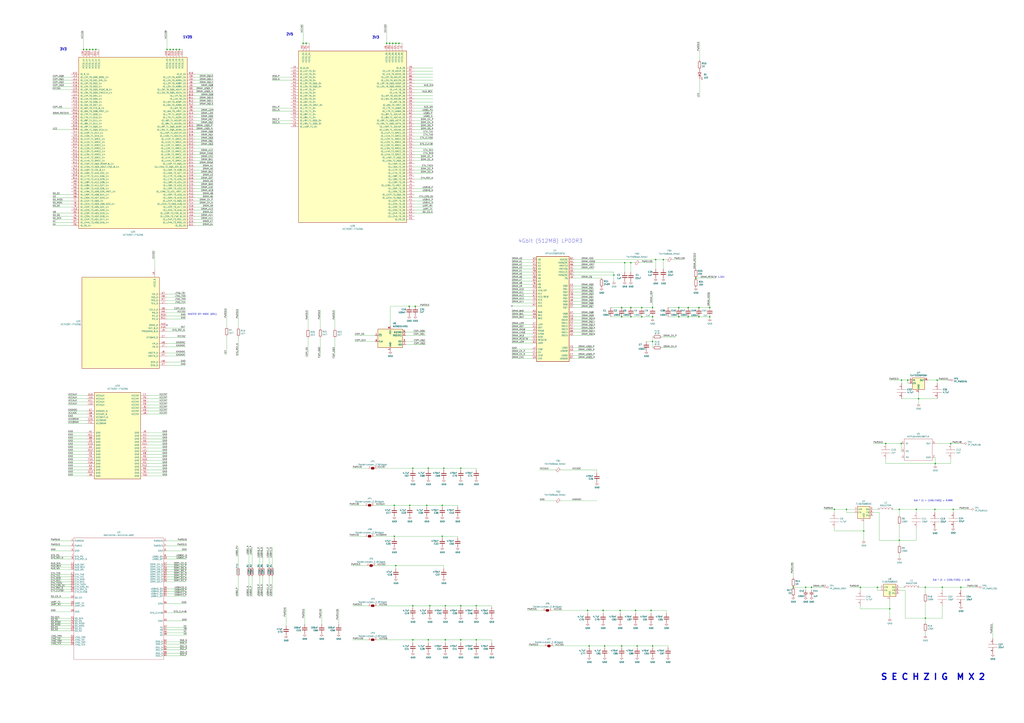
<source format=kicad_sch>
(kicad_sch (version 20231120) (generator "eeschema") (generator_version "8.0")
  (paper "A1")
  (title_block (title "Sechzig MX2") (date "2024-05-08") (rev "V0") (company "Copyright © 2024 Lone Dynamics Corporation"))
  (junction (at 535.94 252.73))
  (junction (at 745.49 312.42))
  (junction (at 336.042 251.714))
  (junction (at 496.57 530.86))
  (junction (at 565.15 260.35))
  (junction (at 339.09 384.81))
  (junction (at 534.67 501.65))
  (junction (at 71.12 40.64))
  (junction (at 364.49 384.81))
  (junction (at 378.46 384.81))
  (junction (at 661.67 482.6))
  (junction (at 574.04 252.73))
  (junction (at 759.968 482.6))
  (junction (at 557.53 260.35))
  (junction (at 740.156 364.49))
  (junction (at 139.7 40.64))
  (junction (at 336.55 415.29))
  (junction (at 571.5 228.6))
  (junction (at 322.58 35.56))
  (junction (at 527.05 252.73))
  (junction (at 391.16 497.84))
  (junction (at 73.66 40.64))
  (junction (at 504.19 226.06))
  (junction (at 147.32 40.64))
  (junction (at 535.94 530.86))
  (junction (at 378.46 525.78))
  (junction (at 339.09 525.78))
  (junction (at 752.602 418.592))
  (junction (at 780.796 364.49))
  (junction (at 325.12 35.56))
  (junction (at 483.87 530.86))
  (junction (at 325.12 464.82))
  (junction (at 535.94 260.35))
  (junction (at 738.632 443.992))
  (junction (at 535.94 280.67))
  (junction (at 317.5 35.56))
  (junction (at 740.41 312.42))
  (junction (at 327.66 35.56))
  (junction (at 339.09 497.84))
  (junction (at 544.83 213.36))
  (junction (at 666.496 482.6))
  (junction (at 513.08 215.9))
  (junction (at 365.76 525.78))
  (junction (at 510.54 530.86))
  (junction (at 137.16 40.64))
  (junction (at 353.06 497.84))
  (junction (at 323.85 440.69))
  (junction (at 730.758 500.38))
  (junction (at 767.842 418.592))
  (junction (at 538.48 213.36))
  (junction (at 709.422 436.372))
  (junction (at 768.096 381))
  (junction (at 518.16 260.35))
  (junction (at 495.3 501.65))
  (junction (at 769.62 312.42))
  (junction (at 78.74 40.64))
  (junction (at 582.93 252.73))
  (junction (at 738.632 418.592))
  (junction (at 782.828 418.592))
  (junction (at 565.15 252.73))
  (junction (at 510.54 252.73))
  (junction (at 363.22 415.29))
  (junction (at 695.198 418.592))
  (junction (at 144.78 40.64))
  (junction (at 323.85 415.29))
  (junction (at 759.968 508))
  (junction (at 518.16 215.9))
  (junction (at 789.178 482.6))
  (junction (at 521.97 501.65))
  (junction (at 574.04 260.35))
  (junction (at 518.16 252.73))
  (junction (at 523.24 530.86))
  (junction (at 378.46 497.84))
  (junction (at 651.51 482.6))
  (junction (at 706.628 482.6))
  (junction (at 727.456 364.49))
  (junction (at 720.598 482.6))
  (junction (at 557.53 252.73))
  (junction (at 68.58 40.64))
  (junction (at 351.79 525.78))
  (junction (at 754.38 327.66))
  (junction (at 320.04 35.56))
  (junction (at 391.16 525.78))
  (junction (at 685.292 418.592))
  (junction (at 482.6 501.65))
  (junction (at 248.92 35.56))
  (junction (at 527.05 260.35))
  (junction (at 773.938 482.6))
  (junction (at 251.46 35.56))
  (junction (at 350.52 415.29))
  (junction (at 341.122 251.714))
  (junction (at 510.54 260.35))
  (junction (at 76.2 40.64))
  (junction (at 582.93 260.35))
  (junction (at 509.27 501.65))
  (junction (at 365.76 497.84))
  (junction (at 351.79 384.81))
  (junction (at 142.24 40.64))
  (junction (at 363.22 440.69))
  (no_connect (at 420.37 251.46))
  (no_connect (at 137.16 267.208))
  (wire (pts (xy 160.02 172.72) (xy 175.26 172.72)))
  (wire (pts (xy 582.93 260.35) (xy 582.93 261.62)))
  (wire (pts (xy 58.166 478.282) (xy 41.656 478.282)))
  (wire (pts (xy 43.18 175.26) (xy 58.42 175.26)))
  (wire (pts (xy 534.67 501.65) (xy 547.37 501.65)))
  (wire (pts (xy 436.88 276.86) (xy 420.37 276.86)))
  (wire (pts (xy 58.166 491.236) (xy 41.656 491.236)))
  (wire (pts (xy 743.458 485.14) (xy 743.458 508)))
  (wire (pts (xy 543.56 276.86) (xy 554.99 276.86)))
  (wire (pts (xy 340.36 109.22) (xy 355.6 109.22)))
  (wire (pts (xy 160.02 91.44) (xy 175.26 91.44)))
  (wire (pts (xy 487.68 220.98) (xy 471.17 220.98)))
  (wire (pts (xy 160.02 175.26) (xy 175.26 175.26)))
  (wire (pts (xy 275.082 277.876) (xy 275.082 293.116)))
  (wire (pts (xy 160.02 147.32) (xy 175.26 147.32)))
  (wire (pts (xy 160.02 185.42) (xy 175.26 185.42)))
  (wire (pts (xy 518.16 260.35) (xy 527.05 260.35)))
  (wire (pts (xy 571.5 228.6) (xy 588.01 228.6)))
  (wire (pts (xy 340.36 88.9) (xy 355.6 88.9)))
  (wire (pts (xy 501.65 252.73) (xy 510.54 252.73)))
  (wire (pts (xy 548.64 530.86) (xy 548.64 532.13)))
  (wire (pts (xy 153.416 463.804) (xy 136.906 463.804)))
  (wire (pts (xy 195.834 254) (xy 195.834 269.24)))
  (wire (pts (xy 815.34 524.51) (xy 815.34 511.81)))
  (wire (pts (xy 349.758 275.59) (xy 333.248 275.59)))
  (wire (pts (xy 436.88 289.56) (xy 420.37 289.56)))
  (wire (pts (xy 454.66 530.86) (xy 483.87 530.86)))
  (wire (pts (xy 759.968 487.68) (xy 759.968 482.6)))
  (wire (pts (xy 436.88 279.4) (xy 420.37 279.4)))
  (wire (pts (xy 223.52 66.04) (xy 238.76 66.04)))
  (wire (pts (xy 666.496 482.6) (xy 666.496 485.14)))
  (wire (pts (xy 738.632 447.802) (xy 738.632 443.992)))
  (wire (pts (xy 738.632 443.992) (xy 752.602 443.992)))
  (wire (pts (xy 340.36 162.56) (xy 355.6 162.56)))
  (wire (pts (xy 137.16 290.068) (xy 152.4 290.068)))
  (wire (pts (xy 722.122 421.132) (xy 722.122 443.992)))
  (wire (pts (xy 153.416 465.836) (xy 136.906 465.836)))
  (wire (pts (xy 248.92 35.56) (xy 251.46 35.56)))
  (wire (pts (xy 58.166 444.5) (xy 41.656 444.5)))
  (wire (pts (xy 121.92 363.22) (xy 137.16 363.22)))
  (wire (pts (xy 160.02 86.36) (xy 175.26 86.36)))
  (wire (pts (xy 160.02 127) (xy 175.26 127)))
  (wire (pts (xy 307.34 415.29) (xy 323.85 415.29)))
  (wire (pts (xy 195.834 276.86) (xy 195.834 292.1)))
  (wire (pts (xy 137.16 40.64) (xy 139.7 40.64)))
  (wire (pts (xy 55.88 383.54) (xy 71.12 383.54)))
  (wire (pts (xy 349.758 283.21) (xy 333.248 283.21)))
  (wire (pts (xy 340.36 111.76) (xy 355.6 111.76)))
  (wire (pts (xy 548.64 260.35) (xy 557.53 260.35)))
  (wire (pts (xy 490.22 386.08) (xy 490.22 388.62)))
  (wire (pts (xy 160.02 76.2) (xy 175.26 76.2)))
  (wire (pts (xy 780.796 364.49) (xy 768.096 364.49)))
  (wire (pts (xy 738.632 431.292) (xy 738.632 443.992)))
  (wire (pts (xy 55.88 386.08) (xy 71.12 386.08)))
  (wire (pts (xy 160.02 162.56) (xy 175.26 162.56)))
  (wire (pts (xy 461.01 411.48) (xy 490.22 411.48)))
  (wire (pts (xy 55.88 337.82) (xy 71.12 337.82)))
  (wire (pts (xy 153.416 452.628) (xy 136.906 452.628)))
  (wire (pts (xy 574.04 260.35) (xy 582.93 260.35)))
  (wire (pts (xy 768.096 375.92) (xy 768.096 381)))
  (wire (pts (xy 137.16 300.228) (xy 152.4 300.228)))
  (wire (pts (xy 55.88 327.66) (xy 71.12 327.66)))
  (wire (pts (xy 745.49 312.42) (xy 740.41 312.42)))
  (wire (pts (xy 160.02 142.24) (xy 175.26 142.24)))
  (wire (pts (xy 768.096 381) (xy 768.096 382.27)))
  (wire (pts (xy 58.166 484.378) (xy 41.656 484.378)))
  (wire (pts (xy 153.416 483.87) (xy 136.906 483.87)))
  (wire (pts (xy 695.198 421.132) (xy 695.198 418.592)))
  (wire (pts (xy 43.18 68.58) (xy 58.42 68.58)))
  (wire (pts (xy 759.968 495.3) (xy 759.968 508)))
  (wire (pts (xy 340.36 142.24) (xy 355.6 142.24)))
  (wire (pts (xy 340.36 91.44) (xy 355.6 91.44)))
  (wire (pts (xy 436.88 223.52) (xy 420.37 223.52)))
  (wire (pts (xy 320.04 35.56) (xy 322.58 35.56)))
  (wire (pts (xy 391.16 525.78) (xy 391.16 528.32)))
  (wire (pts (xy 487.68 242.57) (xy 471.17 242.57)))
  (wire (pts (xy 701.802 421.132) (xy 695.198 421.132)))
  (wire (pts (xy 746.76 312.42) (xy 745.49 312.42)))
  (wire (pts (xy 773.938 508) (xy 773.938 497.84)))
  (wire (pts (xy 160.02 83.82) (xy 175.26 83.82)))
  (wire (pts (xy 351.79 384.81) (xy 364.49 384.81)))
  (wire (pts (xy 340.36 78.74) (xy 355.6 78.74)))
  (wire (pts (xy 548.64 252.73) (xy 557.53 252.73)))
  (wire (pts (xy 487.68 270.51) (xy 471.17 270.51)))
  (wire (pts (xy 58.166 518.414) (xy 41.656 518.414)))
  (wire (pts (xy 709.422 436.372) (xy 709.422 443.992)))
  (wire (pts (xy 121.92 340.36) (xy 137.16 340.36)))
  (wire (pts (xy 436.88 292.1) (xy 420.37 292.1)))
  (wire (pts (xy 43.18 167.64) (xy 58.42 167.64)))
  (wire (pts (xy 365.76 525.78) (xy 365.76 528.32)))
  (wire (pts (xy 518.16 215.9) (xy 520.7 215.9)))
  (wire (pts (xy 160.02 60.96) (xy 175.26 60.96)))
  (wire (pts (xy 251.46 35.56) (xy 254 35.56)))
  (wire (pts (xy 349.758 273.05) (xy 333.248 273.05)))
  (wire (pts (xy 160.02 134.62) (xy 175.26 134.62)))
  (wire (pts (xy 73.66 40.64) (xy 76.2 40.64)))
  (wire (pts (xy 443.23 411.48) (xy 455.93 411.48)))
  (wire (pts (xy 55.88 381) (xy 71.12 381)))
  (wire (pts (xy 153.416 459.486) (xy 136.906 459.486)))
  (wire (pts (xy 727.456 364.49) (xy 740.156 364.49)))
  (wire (pts (xy 307.848 280.67) (xy 291.338 280.67)))
  (wire (pts (xy 552.45 213.36) (xy 561.34 213.36)))
  (wire (pts (xy 153.416 538.988) (xy 136.906 538.988)))
  (wire (pts (xy 391.16 497.84) (xy 391.16 499.11)))
  (wire (pts (xy 160.02 177.8) (xy 175.26 177.8)))
  (wire (pts (xy 137.16 259.588) (xy 152.4 259.588)))
  (wire (pts (xy 160.02 96.52) (xy 175.26 96.52)))
  (wire (pts (xy 43.18 71.12) (xy 58.42 71.12)))
  (wire (pts (xy 153.416 478.028) (xy 136.906 478.028)))
  (wire (pts (xy 709.422 436.372) (xy 685.292 436.372)))
  (wire (pts (xy 223.52 466.09) (xy 223.52 449.58)))
  (wire (pts (xy 782.828 418.592) (xy 795.528 418.592)))
  (wire (pts (xy 773.938 482.6) (xy 789.178 482.6)))
  (wire (pts (xy 160.02 160.02) (xy 175.26 160.02)))
  (wire (pts (xy 121.92 355.6) (xy 137.16 355.6)))
  (wire (pts (xy 58.166 529.844) (xy 41.656 529.844)))
  (wire (pts (xy 121.92 327.66) (xy 137.16 327.66)))
  (wire (pts (xy 565.15 252.73) (xy 574.04 252.73)))
  (wire (pts (xy 651.51 482.6) (xy 661.67 482.6)))
  (wire (pts (xy 740.156 370.84) (xy 740.156 364.49)))
  (wire (pts (xy 752.602 421.132) (xy 752.602 418.592)))
  (wire (pts (xy 340.36 71.12) (xy 355.6 71.12)))
  (wire (pts (xy 436.88 281.94) (xy 420.37 281.94)))
  (wire (pts (xy 195.58 473.71) (xy 195.58 490.22)))
  (wire (pts (xy 471.17 226.06) (xy 504.19 226.06)))
  (wire (pts (xy 160.02 144.78) (xy 175.26 144.78)))
  (wire (pts (xy 160.02 109.22) (xy 175.26 109.22)))
  (wire (pts (xy 340.36 147.32) (xy 355.6 147.32)))
  (wire (pts (xy 340.36 58.42) (xy 355.6 58.42)))
  (wire (pts (xy 378.46 525.78) (xy 378.46 528.32)))
  (wire (pts (xy 378.46 497.84) (xy 378.46 499.11)))
  (wire (pts (xy 340.36 172.72) (xy 355.6 172.72)))
  (wire (pts (xy 773.938 485.14) (xy 773.938 482.6)))
  (wire (pts (xy 523.24 530.86) (xy 523.24 532.13)))
  (wire (pts (xy 487.68 267.97) (xy 471.17 267.97)))
  (wire (pts (xy 160.02 99.06) (xy 175.26 99.06)))
  (wire (pts (xy 487.68 275.59) (xy 471.17 275.59)))
  (wire (pts (xy 340.36 157.48) (xy 355.6 157.48)))
  (wire (pts (xy 289.56 497.84) (xy 302.26 497.84)))
  (wire (pts (xy 215.9 466.09) (xy 215.9 449.58)))
  (wire (pts (xy 340.36 68.58) (xy 355.6 68.58)))
  (wire (pts (xy 351.79 525.78) (xy 351.79 528.32)))
  (wire (pts (xy 307.34 440.69) (xy 323.85 440.69)))
  (wire (pts (xy 340.36 114.3) (xy 355.6 114.3)))
  (wire (pts (xy 436.88 271.78) (xy 420.37 271.78)))
  (wire (pts (xy 55.88 375.92) (xy 71.12 375.92)))
  (wire (pts (xy 685.292 421.132) (xy 685.292 418.592)))
  (wire (pts (xy 495.3 501.65) (xy 509.27 501.65)))
  (wire (pts (xy 204.47 449.58) (xy 204.47 466.09)))
  (wire (pts (xy 339.09 525.78) (xy 351.79 525.78)))
  (wire (pts (xy 487.68 292.1) (xy 471.17 292.1)))
  (wire (pts (xy 461.01 386.08) (xy 490.22 386.08)))
  (wire (pts (xy 471.17 215.9) (xy 513.08 215.9)))
  (wire (pts (xy 487.68 294.64) (xy 471.17 294.64)))
  (wire (pts (xy 340.36 81.28) (xy 355.6 81.28)))
  (wire (pts (xy 509.27 501.65) (xy 521.97 501.65)))
  (wire (pts (xy 723.138 485.14) (xy 720.598 485.14)))
  (wire (pts (xy 340.36 124.46) (xy 355.6 124.46)))
  (wire (pts (xy 160.02 157.48) (xy 175.26 157.48)))
  (wire (pts (xy 518.16 252.73) (xy 527.05 252.73)))
  (wire (pts (xy 223.52 99.06) (xy 238.76 99.06)))
  (wire (pts (xy 695.198 418.592) (xy 701.802 418.592)))
  (wire (pts (xy 121.92 358.14) (xy 137.16 358.14)))
  (wire (pts (xy 55.88 347.98) (xy 71.12 347.98)))
  (wire (pts (xy 544.83 213.36) (xy 547.37 213.36)))
  (wire (pts (xy 340.36 86.36) (xy 355.6 86.36)))
  (wire (pts (xy 153.416 457.454) (xy 136.906 457.454)))
  (wire (pts (xy 153.416 496.062) (xy 136.906 496.062)))
  (wire (pts (xy 535.94 280.67) (xy 535.94 285.75)))
  (wire (pts (xy 264.16 500.38) (xy 264.16 513.08)))
  (wire (pts (xy 153.416 527.304) (xy 136.906 527.304)))
  (wire (pts (xy 160.02 106.68) (xy 175.26 106.68)))
  (wire (pts (xy 685.292 418.592) (xy 695.198 418.592)))
  (wire (pts (xy 78.74 40.64) (xy 81.28 40.64)))
  (wire (pts (xy 153.416 471.932) (xy 136.906 471.932)))
  (wire (pts (xy 495.3 501.65) (xy 495.3 504.19)))
  (wire (pts (xy 436.88 228.6) (xy 420.37 228.6)))
  (wire (pts (xy 365.76 497.84) (xy 378.46 497.84)))
  (wire (pts (xy 137.16 246.888) (xy 152.4 246.888)))
  (wire (pts (xy 523.24 530.86) (xy 535.94 530.86)))
  (wire (pts (xy 510.54 260.35) (xy 518.16 260.35)))
  (wire (pts (xy 137.16 297.688) (xy 152.4 297.688)))
  (wire (pts (xy 58.166 476.25) (xy 41.656 476.25)))
  (wire (pts (xy 58.166 527.812) (xy 41.656 527.812)))
  (wire (pts (xy 375.92 415.29) (xy 375.92 416.56)))
  (wire (pts (xy 353.06 497.84) (xy 365.76 497.84)))
  (wire (pts (xy 403.86 497.84) (xy 403.86 499.11)))
  (wire (pts (xy 510.54 252.73) (xy 518.16 252.73)))
  (wire (pts (xy 471.17 213.36) (xy 538.48 213.36)))
  (wire (pts (xy 58.166 514.35) (xy 41.656 514.35)))
  (wire (pts (xy 263.144 254.762) (xy 263.144 270.002)))
  (wire (pts (xy 223.52 490.22) (xy 223.52 473.71)))
  (wire (pts (xy 142.24 40.64) (xy 144.78 40.64)))
  (wire (pts (xy 365.76 525.78) (xy 378.46 525.78)))
  (wire (pts (xy 43.18 66.04) (xy 58.42 66.04)))
  (wire (pts (xy 71.12 40.64) (xy 73.66 40.64)))
  (wire (pts (xy 55.88 358.14) (xy 71.12 358.14)))
  (wire (pts (xy 340.36 83.82) (xy 355.6 83.82)))
  (wire (pts (xy 220.98 490.22) (xy 220.98 473.71)))
  (wire (pts (xy 186.182 253.492) (xy 186.182 268.732)))
  (wire (pts (xy 58.166 512.318) (xy 41.656 512.318)))
  (wire (pts (xy 289.56 384.81) (xy 302.26 384.81)))
  (wire (pts (xy 58.166 486.41) (xy 41.656 486.41)))
  (wire (pts (xy 378.46 384.81) (xy 378.46 386.08)))
  (wire (pts (xy 521.97 501.65) (xy 534.67 501.65)))
  (wire (pts (xy 730.758 500.38) (xy 706.628 500.38)))
  (wire (pts (xy 339.09 497.84) (xy 353.06 497.84)))
  (wire (pts (xy 58.166 472.186) (xy 41.656 472.186)))
  (wire (pts (xy 68.58 40.64) (xy 71.12 40.64)))
  (wire (pts (xy 160.02 63.5) (xy 175.26 63.5)))
  (wire (pts (xy 340.36 104.14) (xy 355.6 104.14)))
  (wire (pts (xy 339.09 384.81) (xy 339.09 386.08)))
  (wire (pts (xy 782.828 418.592) (xy 782.828 420.878)))
  (wire (pts (xy 436.88 236.22) (xy 420.37 236.22)))
  (wire (pts (xy 58.166 482.346) (xy 41.656 482.346)))
  (wire (pts (xy 55.88 342.9) (xy 71.12 342.9)))
  (wire (pts (xy 275.082 255.016) (xy 275.082 270.256)))
  (wire (pts (xy 780.796 364.49) (xy 789.686 364.49)))
  (wire (pts (xy 706.628 485.14) (xy 706.628 482.6)))
  (wire (pts (xy 160.02 111.76) (xy 175.26 111.76)))
  (wire (pts (xy 350.52 415.29) (xy 350.52 416.56)))
  (wire (pts (xy 160.02 68.58) (xy 175.26 68.58)))
  (wire (pts (xy 137.16 262.128) (xy 152.4 262.128)))
  (wire (pts (xy 706.628 482.6) (xy 720.598 482.6)))
  (wire (pts (xy 186.182 276.352) (xy 186.182 291.592)))
  (wire (pts (xy 137.16 284.988) (xy 152.4 284.988)))
  (wire (pts (xy 153.416 532.13) (xy 136.906 532.13)))
  (wire (pts (xy 340.36 167.64) (xy 355.6 167.64)))
  (wire (pts (xy 121.92 330.2) (xy 137.16 330.2)))
  (wire (pts (xy 752.602 443.992) (xy 752.602 433.832)))
  (wire (pts (xy 323.85 415.29) (xy 323.85 416.56)))
  (wire (pts (xy 160.02 129.54) (xy 175.26 129.54)))
  (wire (pts (xy 340.36 106.68) (xy 355.6 106.68)))
  (wire (pts (xy 364.49 464.82) (xy 364.49 467.36)))
  (wire (pts (xy 487.68 273.05) (xy 471.17 273.05)))
  (wire (pts (xy 137.16 272.288) (xy 152.4 272.288)))
  (wire (pts (xy 471.17 223.52) (xy 504.19 223.52)))
  (wire (pts (xy 207.01 473.71) (xy 207.01 490.22)))
  (wire (pts (xy 195.58 449.58) (xy 195.58 466.09)))
  (wire (pts (xy 340.36 73.66) (xy 355.6 73.66)))
  (wire (pts (xy 127 221.488) (xy 127 206.248)))
  (wire (pts (xy 55.88 340.36) (xy 71.12 340.36)))
  (wire (pts (xy 759.968 521.97) (xy 759.968 519.43)))
  (wire (pts (xy 289.56 525.78) (xy 302.26 525.78)))
  (wire (pts (xy 752.602 418.592) (xy 767.842 418.592)))
  (wire (pts (xy 685.292 433.832) (xy 685.292 436.372)))
  (wire (pts (xy 234.95 499.11) (xy 234.95 514.35)))
  (wire (pts (xy 730.758 492.76) (xy 730.758 500.38)))
  (wire (pts (xy 153.416 475.996) (xy 136.906 475.996)))
  (wire (pts (xy 153.416 469.9) (xy 136.906 469.9)))
  (wire (pts (xy 220.98 466.09) (xy 220.98 449.58)))
  (wire (pts (xy 263.144 277.622) (xy 263.144 292.862)))
  (wire (pts (xy 746.76 314.96) (xy 745.49 314.96)))
  (wire (pts (xy 339.09 384.81) (xy 351.79 384.81)))
  (wire (pts (xy 340.36 93.98) (xy 355.6 93.98)))
  (wire (pts (xy 43.18 160.02) (xy 58.42 160.02)))
  (wire (pts (xy 153.416 485.902) (xy 136.906 485.902)))
  (wire (pts (xy 55.88 360.68) (xy 71.12 360.68)))
  (wire (pts (xy 436.88 294.64) (xy 420.37 294.64)))
  (wire (pts (xy 160.02 154.94) (xy 175.26 154.94)))
  (wire (pts (xy 364.49 384.81) (xy 364.49 386.08)))
  (wire (pts (xy 340.36 99.06) (xy 355.6 99.06)))
  (wire (pts (xy 530.86 280.67) (xy 535.94 280.67)))
  (wire (pts (xy 160.02 124.46) (xy 175.26 124.46)))
  (wire (pts (xy 340.36 96.52) (xy 355.6 96.52)))
  (wire (pts (xy 436.88 269.24) (xy 420.37 269.24)))
  (wire (pts (xy 706.628 497.84) (xy 706.628 500.38)))
  (wire (pts (xy 58.166 495.808) (xy 41.656 495.808)))
  (wire (pts (xy 317.5 35.56) (xy 317.5 20.32)))
  (wire (pts (xy 769.62 314.96) (xy 769.62 312.42)))
  (wire (pts (xy 248.92 35.56) (xy 248.92 20.32)))
  (wire (pts (xy 137.16 257.048) (xy 152.4 257.048)))
  (wire (pts (xy 68.58 40.64) (xy 68.58 25.4)))
  (wire (pts (xy 340.36 137.16) (xy 355.6 137.16)))
  (wire (pts (xy 43.18 88.9) (xy 58.42 88.9)))
  (wire (pts (xy 487.68 257.81) (xy 471.17 257.81)))
  (wire (pts (xy 351.79 384.81) (xy 351.79 386.08)))
  (wire (pts (xy 350.52 415.29) (xy 363.22 415.29)))
  (wire (pts (xy 58.166 525.78) (xy 41.656 525.78)))
  (wire (pts (xy 160.02 180.34) (xy 175.26 180.34)))
  (wire (pts (xy 153.416 529.336) (xy 136.906 529.336)))
  (wire (pts (xy 487.68 252.73) (xy 471.17 252.73)))
  (wire (pts (xy 483.87 530.86) (xy 496.57 530.86)))
  (wire (pts (xy 363.22 440.69) (xy 363.22 441.96)))
  (wire (pts (xy 160.02 149.86) (xy 175.26 149.86)))
  (wire (pts (xy 336.55 415.29) (xy 336.55 416.56)))
  (wire (pts (xy 534.67 501.65) (xy 534.67 504.19)))
  (wire (pts (xy 121.92 325.12) (xy 137.16 325.12)))
  (wire (pts (xy 487.68 245.11) (xy 471.17 245.11)))
  (wire (pts (xy 153.416 489.966) (xy 136.906 489.966)))
  (wire (pts (xy 43.18 106.68) (xy 58.42 106.68)))
  (wire (pts (xy 443.23 386.08) (xy 455.93 386.08)))
  (wire (pts (xy 509.27 501.65) (xy 509.27 504.19)))
  (wire (pts (xy 340.36 66.04) (xy 355.6 66.04)))
  (wire (pts (xy 391.16 384.81) (xy 391.16 386.08)))
  (wire (pts (xy 320.548 251.714) (xy 320.548 267.97)))
  (wire (pts (xy 738.632 457.962) (xy 738.632 455.422)))
  (wire (pts (xy 309.88 497.84) (xy 339.09 497.84)))
  (wire (pts (xy 436.88 259.08) (xy 420.37 259.08)))
  (wire (pts (xy 121.92 365.76) (xy 137.16 365.76)))
  (wire (pts (xy 697.738 482.6) (xy 706.628 482.6)))
  (wire (pts (xy 535.94 530.86) (xy 548.64 530.86)))
  (wire (pts (xy 287.02 440.69) (xy 299.72 440.69)))
  (wire (pts (xy 482.6 501.65) (xy 482.6 504.19)))
  (wire (pts (xy 391.16 497.84) (xy 403.86 497.84)))
  (wire (pts (xy 153.416 473.964) (xy 136.906 473.964)))
  (wire (pts (xy 340.36 127) (xy 355.6 127)))
  (wire (pts (xy 436.88 256.54) (xy 420.37 256.54)))
  (wire (pts (xy 288.29 464.82) (xy 300.99 464.82)))
  (wire (pts (xy 153.416 510.286) (xy 136.906 510.286)))
  (wire (pts (xy 340.36 129.54) (xy 355.6 129.54)))
  (wire (pts (xy 364.49 384.81) (xy 378.46 384.81)))
  (wire (pts (xy 340.36 139.7) (xy 355.6 139.7)))
  (wire (pts (xy 121.92 383.54) (xy 137.16 383.54)))
  (wire (pts (xy 487.68 237.49) (xy 471.17 237.49)))
  (wire (pts (xy 510.54 530.86) (xy 510.54 532.13)))
  (wire (pts (xy 207.01 449.58) (xy 207.01 466.09)))
  (wire (pts (xy 340.36 63.5) (xy 355.6 63.5)))
  (wire (pts (xy 738.378 482.6) (xy 742.188 482.6)))
  (wire (pts (xy 340.36 121.92) (xy 355.6 121.92)))
  (wire (pts (xy 160.02 152.4) (xy 175.26 152.4)))
  (wire (pts (xy 160.02 167.64) (xy 175.26 167.64)))
  (wire (pts (xy 309.88 384.81) (xy 339.09 384.81)))
  (wire (pts (xy 340.36 76.2) (xy 355.6 76.2)))
  (wire (pts (xy 391.16 525.78) (xy 403.86 525.78)))
  (wire (pts (xy 436.88 274.32) (xy 420.37 274.32)))
  (wire (pts (xy 754.38 322.58) (xy 754.38 327.66)))
  (wire (pts (xy 535.94 260.35) (xy 535.94 261.62)))
  (wire (pts (xy 547.37 501.65) (xy 547.37 504.19)))
  (wire (pts (xy 160.02 116.84) (xy 175.26 116.84)))
  (wire (pts (xy 55.88 365.76) (xy 71.12 365.76)))
  (wire (pts (xy 160.02 81.28) (xy 175.26 81.28)))
  (wire (pts (xy 436.88 238.76) (xy 420.37 238.76)))
  (wire (pts (xy 487.68 265.43) (xy 471.17 265.43)))
  (wire (pts (xy 436.88 226.06) (xy 420.37 226.06)))
  (wire (pts (xy 223.52 91.44) (xy 238.76 91.44)))
  (wire (pts (xy 215.9 490.22) (xy 215.9 473.71)))
  (wire (pts (xy 322.58 35.56) (xy 325.12 35.56)))
  (wire (pts (xy 436.88 213.36) (xy 420.37 213.36)))
  (wire (pts (xy 754.38 331.47) (xy 754.38 327.66)))
  (wire (pts (xy 278.13 500.38) (xy 278.13 513.08)))
  (wire (pts (xy 436.88 215.9) (xy 420.37 215.9)))
  (wire (pts (xy 717.042 418.592) (xy 720.852 418.592)))
  (wire (pts (xy 160.02 170.18) (xy 175.26 170.18)))
  (wire (pts (xy 340.36 175.26) (xy 355.6 175.26)))
  (wire (pts (xy 153.416 444.5) (xy 136.906 444.5)))
  (wire (pts (xy 153.416 503.682) (xy 136.906 503.682)))
  (wire (pts (xy 58.166 464.058) (xy 41.656 464.058)))
  (wire (pts (xy 160.02 114.3) (xy 175.26 114.3)))
  (wire (pts (xy 730.25 312.42) (xy 740.41 312.42)))
  (wire (pts (xy 378.46 525.78) (xy 391.16 525.78)))
  (wire (pts (xy 436.88 251.46) (xy 420.37 251.46)))
  (wire (pts (xy 340.36 101.6) (xy 355.6 101.6)))
  (wire (pts (xy 730.758 500.38) (xy 730.758 508)))
  (wire (pts (xy 501.65 260.35) (xy 510.54 260.35)))
  (wire (pts (xy 58.166 474.218) (xy 41.656 474.218)))
  (wire (pts (xy 527.05 252.73) (xy 535.94 252.73)))
  (wire (pts (xy 58.166 448.564) (xy 41.656 448.564)))
  (wire (pts (xy 738.632 423.672) (xy 738.632 418.592)))
  (wire (pts (xy 137.16 269.748) (xy 152.4 269.748)))
  (wire (pts (xy 780.796 377.19) (xy 780.796 381)))
  (wire (pts (xy 557.53 260.35) (xy 565.15 260.35)))
  (wire (pts (xy 55.88 378.46) (xy 71.12 378.46)))
  (wire (pts (xy 58.166 459.486) (xy 41.656 459.486)))
  (wire (pts (xy 323.85 440.69) (xy 323.85 441.96)))
  (wire (pts (xy 378.46 497.84) (xy 391.16 497.84)))
  (wire (pts (xy 252.984 277.876) (xy 252.984 293.116)))
  (wire (pts (xy 213.36 490.22) (xy 213.36 473.71)))
  (wire (pts (xy 339.09 525.78) (xy 339.09 528.32)))
  (wire (pts (xy 58.166 480.314) (xy 41.656 480.314)))
  (wire (pts (xy 160.02 78.74) (xy 175.26 78.74)))
  (wire (pts (xy 363.22 415.29) (xy 363.22 416.56)))
  (wire (pts (xy 252.984 255.016) (xy 252.984 270.256)))
  (wire (pts (xy 307.848 275.59) (xy 291.338 275.59)))
  (wire (pts (xy 762 312.42) (xy 769.62 312.42)))
  (wire (pts (xy 121.92 337.82) (xy 137.16 337.82)))
  (wire (pts (xy 153.416 519.938) (xy 136.906 519.938)))
  (wire (pts (xy 487.68 288.29) (xy 471.17 288.29)))
  (wire (pts (xy 43.18 93.98) (xy 58.42 93.98)))
  (wire (pts (xy 340.36 170.18) (xy 355.6 170.18)))
  (wire (pts (xy 213.36 466.09) (xy 213.36 449.58)))
  (wire (pts (xy 153.416 536.956) (xy 136.906 536.956)))
  (wire (pts (xy 340.36 60.96) (xy 355.6 60.96)))
  (wire (pts (xy 160.02 73.66) (xy 175.26 73.66)))
  (wire (pts (xy 121.92 386.08) (xy 137.16 386.08)))
  (wire (pts (xy 55.88 373.38) (xy 71.12 373.38)))
  (wire (pts (xy 525.78 215.9) (xy 535.94 215.9)))
  (wire (pts (xy 153.416 487.934) (xy 136.906 487.934)))
  (wire (pts (xy 250.19 500.38) (xy 250.19 513.08)))
  (wire (pts (xy 661.67 482.6) (xy 661.67 485.14)))
  (wire (pts (xy 153.416 521.97) (xy 136.906 521.97)))
  (wire (pts (xy 759.968 508) (xy 743.458 508)))
  (wire (pts (xy 513.08 215.9) (xy 513.08 223.52)))
  (wire (pts (xy 58.42 73.66) (xy 43.18 73.66)))
  (wire (pts (xy 320.548 251.714) (xy 336.042 251.714)))
  (wire (pts (xy 43.18 63.5) (xy 58.42 63.5)))
  (wire (pts (xy 436.88 243.84) (xy 420.37 243.84)))
  (wire (pts (xy 144.78 40.64) (xy 147.32 40.64)))
  (wire (pts (xy 325.12 35.56) (xy 327.66 35.56)))
  (wire (pts (xy 121.92 381) (xy 137.16 381)))
  (wire (pts (xy 518.16 223.52) (xy 518.16 215.9)))
  (wire (pts (xy 436.88 220.98) (xy 420.37 220.98)))
  (wire (pts (xy 375.92 440.69) (xy 375.92 441.96)))
  (wire (pts (xy 487.68 260.35) (xy 471.17 260.35)))
  (wire (pts (xy 557.53 252.73) (xy 565.15 252.73)))
  (wire (pts (xy 317.5 35.56) (xy 320.04 35.56)))
  (wire (pts (xy 147.32 40.64) (xy 149.86 40.64)))
  (wire (pts (xy 43.18 185.42) (xy 58.42 185.42)))
  (wire (pts (xy 327.66 35.56) (xy 330.2 35.56)))
  (wire (pts (xy 58.166 508.254) (xy 41.656 508.254)))
  (wire (pts (xy 325.12 464.82) (xy 325.12 467.36)))
  (wire (pts (xy 340.36 132.08) (xy 355.6 132.08)))
  (wire (pts (xy 436.88 287.02) (xy 420.37 287.02)))
  (wire (pts (xy 340.36 154.94) (xy 355.6 154.94)))
  (wire (pts (xy 55.88 325.12) (xy 71.12 325.12)))
  (wire (pts (xy 521.97 501.65) (xy 521.97 504.19)))
  (wire (pts (xy 76.2 40.64) (xy 78.74 40.64)))
  (wire (pts (xy 323.85 415.29) (xy 336.55 415.29)))
  (wire (pts (xy 160.02 93.98) (xy 175.26 93.98)))
  (wire (pts (xy 55.88 391.16) (xy 71.12 391.16)))
  (wire (pts (xy 676.402 418.592) (xy 685.292 418.592)))
  (wire (pts (xy 137.16 254.508) (xy 152.4 254.508)))
  (wire (pts (xy 58.166 516.382) (xy 41.656 516.382)))
  (wire (pts (xy 137.16 40.64) (xy 137.16 25.4)))
  (wire (pts (xy 325.12 464.82) (xy 364.49 464.82)))
  (wire (pts (xy 336.55 415.29) (xy 350.52 415.29)))
  (wire (pts (xy 363.22 440.69) (xy 375.92 440.69)))
  (wire (pts (xy 496.57 530.86) (xy 496.57 532.13)))
  (wire (pts (xy 496.57 530.86) (xy 510.54 530.86)))
  (wire (pts (xy 160.02 165.1) (xy 175.26 165.1)))
  (wire (pts (xy 121.92 332.74) (xy 137.16 332.74)))
  (wire (pts (xy 453.39 501.65) (xy 482.6 501.65)))
  (wire (pts (xy 759.968 482.6) (xy 773.938 482.6)))
  (wire (pts (xy 789.178 482.6) (xy 789.178 485.14)))
  (wire (pts (xy 137.16 292.608) (xy 152.4 292.608)))
  (wire (pts (xy 483.87 530.86) (xy 483.87 532.13)))
  (wire (pts (xy 767.842 418.592) (xy 782.828 418.592)))
  (wire (pts (xy 759.968 508) (xy 773.938 508)))
  (wire (pts (xy 160.02 137.16) (xy 175.26 137.16)))
  (wire (pts (xy 789.178 482.6) (xy 801.878 482.6)))
  (wire (pts (xy 487.68 285.75) (xy 471.17 285.75)))
  (wire (pts (xy 720.598 485.14) (xy 720.598 482.6)))
  (wire (pts (xy 137.16 282.448) (xy 152.4 282.448)))
  (wire (pts (xy 153.416 467.868) (xy 136.906 467.868)))
  (wire (pts (xy 43.18 180.34) (xy 58.42 180.34)))
  (wire (pts (xy 160.02 132.08) (xy 175.26 132.08)))
  (wire (pts (xy 58.166 497.84) (xy 41.656 497.84)))
  (wire (pts (xy 137.16 244.348) (xy 152.4 244.348)))
  (wire (pts (xy 160.02 182.88) (xy 175.26 182.88)))
  (wire (pts (xy 43.18 182.88) (xy 58.42 182.88)))
  (wire (pts (xy 287.02 415.29) (xy 299.72 415.29)))
  (wire (pts (xy 137.16 277.368) (xy 152.4 277.368)))
  (wire (pts (xy 378.46 384.81) (xy 391.16 384.81)))
  (wire (pts (xy 434.34 530.86) (xy 447.04 530.86)))
  (wire (pts (xy 436.88 233.68) (xy 420.37 233.68)))
  (wire (pts (xy 55.88 355.6) (xy 71.12 355.6)))
  (wire (pts (xy 403.86 525.78) (xy 403.86 528.32)))
  (wire (pts (xy 160.02 121.92) (xy 175.26 121.92)))
  (wire (pts (xy 436.88 218.44) (xy 420.37 218.44)))
  (wire (pts (xy 58.166 466.09) (xy 41.656 466.09)))
  (wire (pts (xy 43.18 170.18) (xy 58.42 170.18)))
  (wire (pts (xy 43.18 177.8) (xy 58.42 177.8)))
  (wire (pts (xy 160.02 71.12) (xy 175.26 71.12)))
  (wire (pts (xy 709.422 428.752) (xy 709.422 436.372)))
  (wire (pts (xy 543.56 285.75) (xy 554.99 285.75)))
  (wire (pts (xy 341.122 251.714) (xy 352.552 251.714)))
  (wire (pts (xy 574.548 80.01) (xy 574.548 64.77)))
  (wire (pts (xy 574.548 49.53) (xy 574.548 34.29)))
  (wire (pts (xy 121.92 378.46) (xy 137.16 378.46)))
  (wire (pts (xy 535.94 276.86) (xy 535.94 280.67)))
  (wire (pts (xy 740.41 327.66) (xy 754.38 327.66)))
  (wire (pts (xy 727.456 381) (xy 727.456 377.19)))
  (wire (pts (xy 153.416 515.62) (xy 136.906 515.62)))
  (wire (pts (xy 436.88 248.92) (xy 420.37 248.92)))
  (wire (pts (xy 121.92 360.68) (xy 137.16 360.68)))
  (wire (pts (xy 58.166 452.628) (xy 41.656 452.628)))
  (wire (pts (xy 436.88 266.7) (xy 420.37 266.7)))
  (wire (pts (xy 759.968 511.81) (xy 759.968 508)))
  (wire (pts (xy 717.296 364.49) (xy 727.456 364.49)))
  (wire (pts (xy 527.05 260.35) (xy 535.94 260.35)))
  (wire (pts (xy 160.02 139.7) (xy 175.26 139.7)))
  (wire (pts (xy 223.52 101.6) (xy 238.76 101.6)))
  (wire (pts (xy 223.52 88.9) (xy 238.76 88.9)))
  (wire (pts (xy 565.15 260.35) (xy 574.04 260.35)))
  (wire (pts (xy 121.92 375.92) (xy 137.16 375.92)))
  (wire (pts (xy 745.49 314.96) (xy 745.49 312.42)))
  (wire (pts (xy 160.02 66.04) (xy 175.26 66.04)))
  (wire (pts (xy 738.378 485.14) (xy 743.458 485.14)))
  (wire (pts (xy 535.94 240.03) (xy 535.94 252.73)))
  (wire (pts (xy 323.85 440.69) (xy 363.22 440.69)))
  (wire (pts (xy 55.88 370.84) (xy 71.12 370.84)))
  (wire (pts (xy 780.796 381) (xy 768.096 381)))
  (wire (pts (xy 153.416 448.564) (xy 136.906 448.564)))
  (wire (pts (xy 365.76 497.84) (xy 365.76 499.11)))
  (wire (pts (xy 487.68 240.03) (xy 471.17 240.03)))
  (wire (pts (xy 160.02 119.38) (xy 175.26 119.38)))
  (wire (pts (xy 759.968 482.6) (xy 754.888 482.6)))
  (wire (pts (xy 433.07 501.65) (xy 445.77 501.65)))
  (wire (pts (xy 336.042 251.714) (xy 341.122 251.714)))
  (wire (pts (xy 309.88 525.78) (xy 339.09 525.78)))
  (wire (pts (xy 153.416 534.162) (xy 136.906 534.162)))
  (wire (pts (xy 353.06 497.84) (xy 353.06 499.11)))
  (wire (pts (xy 738.632 418.592) (xy 752.602 418.592)))
  (wire (pts (xy 720.598 482.6) (xy 723.138 482.6)))
  (wire (pts (xy 121.92 373.38) (xy 137.16 373.38)))
  (wire (pts (xy 55.88 388.62) (xy 71.12 388.62)))
  (wire (pts (xy 121.92 335.28) (xy 137.16 335.28)))
  (wire (pts (xy 137.16 249.428) (xy 152.4 249.428)))
  (wire (pts (xy 204.47 473.71) (xy 204.47 490.22)))
  (wire (pts (xy 754.38 327.66) (xy 769.62 327.66)))
  (wire (pts (xy 738.632 418.592) (xy 733.552 418.592)))
  (wire (pts (xy 58.166 457.454) (xy 41.656 457.454)))
  (wire (pts (xy 363.22 415.29) (xy 375.92 415.29)))
  (wire (pts (xy 767.842 418.592) (xy 767.842 421.132)))
  (wire (pts (xy 717.042 421.132) (xy 722.122 421.132)))
  (wire (pts (xy 510.54 530.86) (xy 523.24 530.86)))
  (wire (pts (xy 740.41 314.96) (xy 740.41 312.42)))
  (wire (pts (xy 121.92 391.16) (xy 137.16 391.16)))
  (wire (pts (xy 340.36 119.38) (xy 355.6 119.38)))
  (wire (pts (xy 121.92 368.3) (xy 137.16 368.3)))
  (wire (pts (xy 504.19 226.06) (xy 504.19 231.14)))
  (wire (pts (xy 58.166 510.286) (xy 41.656 510.286)))
  (wire (pts (xy 544.83 213.36) (xy 538.48 213.36)))
  (wire (pts (xy 160.02 88.9) (xy 175.26 88.9)))
  (wire (pts (xy 651.51 474.98) (xy 651.51 462.28)))
  (wire (pts (xy 43.18 165.1) (xy 58.42 165.1)))
  (wire (pts (xy 121.92 370.84) (xy 137.16 370.84)))
  (wire (pts (xy 137.16 241.808) (xy 152.4 241.808)))
  (wire (pts (xy 139.7 40.64) (xy 142.24 40.64)))
  (wire (pts (xy 160.02 101.6) (xy 175.26 101.6)))
  (wire (pts (xy 582.93 240.03) (xy 582.93 252.73)))
  (wire (pts (xy 504.19 223.52) (xy 504.19 226.06)))
  (wire (pts (xy 538.48 213.36) (xy 538.48 220.98)))
  (wire (pts (xy 340.36 165.1) (xy 355.6 165.1)))
  (wire (pts (xy 436.88 246.38) (xy 420.37 246.38)))
  (wire (pts (xy 121.92 388.62) (xy 137.16 388.62)))
  (wire (pts (xy 55.88 330.2) (xy 71.12 330.2)))
  (wire (pts (xy 55.88 368.3) (xy 71.12 368.3)))
  (wire (pts (xy 340.36 55.88) (xy 355.6 55.88)))
  (wire (pts (xy 340.36 116.84) (xy 355.6 116.84)))
  (wire (pts (xy 349.758 280.67) (xy 333.248 280.67)))
  (wire (pts (xy 160.02 104.14) (xy 175.26 104.14)))
  (wire (pts (xy 43.18 162.56) (xy 58.42 162.56)))
  (wire (pts (xy 58.166 502.666) (xy 41.656 502.666)))
  (wire (pts (xy 518.16 215.9) (xy 513.08 215.9)))
  (wire (pts (xy 768.096 381) (xy 727.456 381)))
  (wire (pts (xy 58.166 468.122) (xy 41.656 468.122)))
  (wire (pts (xy 487.68 247.65) (xy 471.17 247.65)))
  (wire (pts (xy 535.94 530.86) (xy 535.94 532.13)))
  (wire (pts (xy 738.632 443.992) (xy 722.122 443.992)))
  (wire (pts (xy 436.88 261.62) (xy 420.37 261.62)))
  (wire (pts (xy 471.17 228.6) (xy 494.03 228.6)))
  (wire (pts (xy 487.68 218.44) (xy 471.17 218.44)))
  (wire (pts (xy 55.88 345.44) (xy 71.12 345.44)))
  (wire (pts (xy 544.83 220.98) (xy 544.83 213.36)))
  (wire (pts (xy 436.88 241.3) (xy 420.37 241.3)))
  (wire (pts (xy 223.52 63.5) (xy 238.76 63.5)))
  (wire (pts (xy 436.88 231.14) (xy 420.37 231.14)))
  (wire (pts (xy 58.166 523.748) (xy 41.656 523.748)))
  (wire (pts (xy 308.61 464.82) (xy 325.12 464.82)))
  (wire (pts (xy 482.6 501.65) (xy 495.3 501.65)))
  (wire (pts (xy 574.04 252.73) (xy 582.93 252.73)))
  (wire (pts (xy 339.09 497.84) (xy 339.09 499.11)))
  (wire (pts (xy 487.68 250.19) (xy 471.17 250.19)))
  (wire (pts (xy 769.62 312.42) (xy 778.51 312.42)))
  (wire (pts (xy 351.79 525.78) (xy 365.76 525.78)))
  (wire (pts (xy 571.5 220.98) (xy 571.5 208.28)))
  (wire (pts (xy 666.496 482.6) (xy 676.402 482.6)))
  (wire (pts (xy 661.67 482.6) (xy 666.496 482.6)))
  (wire (pts (xy 487.68 262.89) (xy 471.17 262.89)))
  (wire (pts (xy 55.88 363.22) (xy 71.12 363.22)))
  (wire (pts (xy 487.68 234.95) (xy 471.17 234.95)))
  (wire (pts (xy 55.88 332.74) (xy 71.12 332.74)))
  (wire (pts (xy 153.416 517.652) (xy 136.906 517.652)))
  (text "3V3" (at 305.562 32.004 0) (effects (font (size 2 2) (thickness 0.4) (bold yes)) (justify left bottom)))
  (text "S E C H Z I G  M X 2" (at 723.138 559.308 0) (effects (font (size 5 5) (thickness 1) (bold yes)) (justify left bottom)))
  (text "1V35" (at 150.114 31.75 0) (effects (font (size 2 2) (thickness 0.4) (bold yes)) (justify left bottom)))
  (text "1.32V" (at 592.328 227.838 0) (effects (font (size 1.27 1.27))))
  (text "0.6 * (1 + (100/150)) = 0.999" (at 750.57 412.242 0) (effects (font (size 1.27 1.27)) (justify left bottom)))
  (text "4Gbit (512MB) LPDDR3" (at 452.12 198.12 0) (effects (font (size 3 3))))
  (text "0.6 * (1 + (150/120)) = 1.35" (at 766.064 477.52 0) (effects (font (size 1.27 1.27)) (justify left bottom)))
  (text "MASTER SPI MODE (001)" (at 154.178 259.08 0) (effects (font (size 1.27 1.27)) (justify left bottom)))
  (text "2V5" (at 234.95 29.464 0) (effects (font (size 2 2) (thickness 0.4) (bold yes)) (justify left bottom)))
  (text "3V3" (at 49.022 41.656 0) (effects (font (size 2 2) (thickness 0.4) (bold yes)) (justify left bottom)))
  (label "VCCADC" (at 469.9 386.08 0))
  (label "DRAM_BA2" (at 165.1 142.24 0))
  (label "DRAM_DQ12" (at 163.83 68.58 0))
  (label "DRAM_BA1" (at 165.1 132.08 0))
  (label "DS0_P" (at 147.574 529.336 0))
  (label "PWR3V3" (at 717.296 364.49 0))
  (label "DRAM_DQ15" (at 477.52 275.59 0))
  (label "DRAM_BA1" (at 420.37 259.08 0))
  (label "DRAM_VDD" (at 477.52 213.36 0))
  (label "USBDC_P" (at 144.78 459.486 0))
  (label "DS2_N" (at 223.52 101.6 0))
  (label "DS1_P" (at 147.574 534.162 0))
  (label "PWR3V3" (at 434.34 530.86 0))
  (label "DRAM_UDQS_N" (at 474.98 294.64 0))
  (label "DRAM_CK_P" (at 544.83 276.86 0))
  (label "VCCIOZ" (at 309.88 464.82 0))
  (label "ETH_RX0" (at 347.726 127 0))
  (label "XA" (at 150.622 515.62 0))
  (label "GND" (at 148.336 259.588 0))
  (label "PWR3V3" (at 730.25 312.42 0))
  (label "VCCBRAM" (at 55.88 345.44 0))
  (label "USBDC_N" (at 144.78 457.454 0))
  (label "DRAM_A2" (at 420.37 218.44 0))
  (label "VCCIOA" (at 49.784 73.66 180))
  (label "DRAM_DQ10" (at 163.83 63.5 0))
  (label "DDMI_CK_N" (at 142.748 463.804 0))
  (label "DRAM_A11" (at 420.37 241.3 0))
  (label "ETH_TX0" (at 41.656 472.186 0))
  (label "PWR3V3" (at 250.19 500.38 270))
  (label "XC" (at 43.18 182.88 0))
  (label "DS0_N" (at 223.52 66.04 0))
  (label "PWR5V0" (at 41.656 444.5 0))
  (label "VCCBRAM" (at 308.61 440.69 0))
  (label "VCCADC" (at 55.88 340.36 0))
  (label "USBD_P" (at 195.58 490.22 90))
  (label "GND" (at 133.35 375.92 0))
  (label "DRAM_VDDQ" (at 582.93 251.46 90))
  (label "DRAM_ODT" (at 420.37 269.24 0))
  (label "VCCIOA" (at 311.15 497.84 0))
  (label "SYS_RST_N" (at 195.834 281.94 270))
  (label "DRAM_DQ4" (at 165.1 111.76 0))
  (label "DRAM_CK_N" (at 420.37 292.1 0))
  (label "USBHC0_N" (at 143.256 483.87 0))
  (label "DS0_N" (at 147.574 527.304 0))
  (label "USBH1_N" (at 223.52 449.58 270))
  (label "DDMI_D1_N" (at 142.748 471.932 0))
  (label "GND" (at 133.35 370.84 0))
  (label "DRAM_VREF" (at 477.52 218.44 0))
  (label "DRAM_DQ1" (at 165.1 116.84 0))
  (label "SD_CD_N" (at 41.656 491.236 0))
  (label "VCCIOD" (at 455.93 530.86 0))
  (label "DRAM_BA2" (at 420.37 261.62 0))
  (label "USBD_N" (at 347.726 96.52 0))
  (label "DRAM_CAS#" (at 163.83 127 0))
  (label "VCCAUX" (at 443.23 386.08 0))
  (label "DRAM_DQ8" (at 165.1 71.12 0))
  (label "PWR2V5" (at 433.07 501.65 0))
  (label "CSPI_DQ3" (at 275.082 285.242 270))
  (label "GND" (at 55.88 363.22 0))
  (label "GNDADC" (at 144.526 290.068 0))
  (label "DRAM_DQ11" (at 477.52 265.43 0))
  (label "PWR3V3" (at 574.548 41.91 90))
  (label "DRAM_VREF" (at 667.766 482.6 0))
  (label "AUD_WS" (at 41.656 468.122 0))
  (label "DS1_N" (at 147.574 532.13 0))
  (label "UART_TX" (at 41.656 495.808 0))
  (label "CSPI_DQ3" (at 339.852 283.21 0))
  (label "DRAM_LDQS_N" (at 474.98 288.29 0))
  (label "DDMI_CK_P" (at 142.748 465.836 0))
  (label "SD_MISO" (at 41.656 512.318 0))
  (label "UART_TX" (at 347.218 172.72 0))
  (label "CSPI_DQ1" (at 43.18 66.04 0))
  (label "SD_D2" (at 43.18 170.18 0))
  (label "USBHC1_N" (at 143.256 487.934 0))
  (label "USBH1_P" (at 346.964 165.1 0))
  (label "DRAM_DQ13" (at 477.52 270.51 0))
  (label "GND" (at 149.098 496.062 0))
  (label "VCCIOZ" (at 127 212.852 90))
  (label "DRAM_RAS#" (at 163.83 134.62 0))
  (label "DDMI_CK_N" (at 345.44 101.6 0))
  (label "DRAM_UDM" (at 420.37 281.94 0))
  (label "AUD_WS" (at 347.98 88.9 0))
  (label "GND" (at 41.656 502.666 0))
  (label "VCCIOZ" (at 152.4 277.368 180))
  (label "XC" (at 150.622 519.938 0))
  (label "DRAM_A1" (at 166.37 137.16 0))
  (label "GND" (at 55.88 360.68 0))
  (label "SD_D1" (at 43.18 160.02 0))
  (label "DDMI_D1_N" (at 345.44 132.08 0))
  (label "VCCAUX" (at 55.88 330.2 0))
  (label "GND" (at 133.35 368.3 0))
  (label "AUD_DIN" (at 347.98 71.12 0))
  (label "INIT" (at 148.336 269.748 0))
  (label "DRAM_RST3V3" (at 571.5 220.98 90))
  (label "USBH0_P" (at 346.964 154.94 0))
  (label "DRAM_A8" (at 420.37 233.68 0))
  (label "PWR3V3" (at 815.34 520.7 90))
  (label "JTAG_TDO" (at 41.656 527.812 0))
  (label "DRAM_A6" (at 420.37 228.6 0))
  (label "PWR5V0" (at 145.796 444.5 0))
  (label "DRAM_A14" (at 165.1 177.8 0))
  (label "DRAM_A13" (at 420.37 246.38 0))
  (label "SD_D2" (at 41.656 518.414 0))
  (label "DRAM_A9" (at 166.37 170.18 0))
  (label "DRAM_A10" (at 165.1 154.94 0))
  (label "USBDC_P" (at 207.01 490.22 90))
  (label "PWR3V3" (at 252.984 255.016 270))
  (label "GND" (at 55.88 370.84 0))
  (label "AUD_BCK" (at 41.656 466.09 0))
  (label "DDMI_D1_P" (at 345.44 129.54 0))
  (label "USBH1_N" (at 346.964 167.64 0))
  (label "DDMI_D1_P" (at 142.748 473.964 0))
  (label "DRAM_DQ15" (at 163.83 81.28 0))
  (label "DDMI_D0_N" (at 345.44 106.68 0))
  (label "DRAM_DQ14" (at 163.83 66.04 0))
  (label "GND" (at 55.88 368.3 0))
  (label "DRAM_RST3V3" (at 43.18 93.98 0))
  (label "VCCIOZ" (at 152.4 257.048 180))
  (label "GND" (at 133.35 360.68 0))
  (label "GND" (at 443.23 411.48 0))
  (label "VCCINT" (at 130.81 337.82 0))
  (label "UART_RX" (at 346.964 170.18 0))
  (label "DRAM_DQ12" (at 477.52 267.97 0))
  (label "DRAM_DQ4" (at 477.52 245.11 0))
  (label "VCCIOA" (at 68.58 32.004 90))
  (label "DRAM_LDQS_N" (at 161.29 106.68 0))
  (label "DDMI_D2_N" (at 142.748 475.996 0))
  (label "VCCIOB" (at 311.15 525.78 0))
  (label "USBH0_N" (at 215.9 449.58 270))
  (label "DRAM_A0" (at 420.37 213.36 0))
  (label "VCCINT" (at 130.81 330.2 0))
  (label "DRAM_DQ3" (at 165.1 119.38 0))
  (label "GNDADC" (at 55.88 337.82 0))
  (label "DRAM_CKE" (at 420.37 294.64 0))
  (label "VCCINT" (at 130.81 327.66 0))
  (label "CSPI_SS" (at 43.18 88.9 0))
  (label "DDMI_D2_N" (at 345.44 142.24 0))
  (label "PWR2V5" (at 770.89 312.42 0))
  (label "VCCIOC" (at 248.92 26.924 90))
  (label "SD_MOSI" (at 41.656 514.35 0))
  (label "GND" (at 55.88 386.08 0))
  (label "GND" (at 133.35 358.14 0))
  (label "VCCIOD" (at 317.5 26.924 90))
  (label "DRAM_VDD" (at 535.94 248.92 90))
  (label "USBHC1_P" (at 143.256 489.966 0))
  (label "GND" (at 55.88 355.6 0))
  (label "ETH_TXEN" (at 346.456 137.16 0))
  (label "VCCAUX" (at 308.61 415.29 0))
  (label "DRAM_LDM" (at 420.37 266.7 0))
  (label "GND" (at 420.37 287.02 0))
  (label "DRAM_A11" (at 165.1 180.34 0))
  (label "CSPI_SCK" (at 143.002 254.508 0))
  (label "DRAM_A8" (at 166.37 160.02 0))
  (label "ETH_TXEN" (at 41.656 480.314 0))
  (label "DRAM_DQ3" (at 477.52 242.57 0))
  (label "VCCINT" (at 130.81 335.28 0))
  (label "USBHC1_P" (at 220.98 480.06 270))
  (label "AUD_DIN" (at 41.656 464.058 0))
  (label "DRAM_BA0" (at 165.1 152.4 0))
  (label "USBD_PU" (at 195.58 457.2 90))
  (label "VCCINT" (at 130.81 332.74 0))
  (label "DRAM_A2" (at 166.37 175.26 0))
  (label "DRAM_LDQS_P" (at 474.98 285.75 0))
  (label "DS2_P" (at 223.52 99.06 0))
  (label "GND" (at 148.336 262.128 0))
  (label "DRAM_DQ14" (at 477.52 273.05 0))
  (label "JTAG_TCK" (at 143.51 249.428 0))
  (label "DRAM_A1" (at 420.37 215.9 0))
  (label "DS0_P" (at 223.52 63.5 0))
  (label "DRAM_UDQS_P" (at 161.29 73.66 0))
  (label "DRAM_LDQS_P" (at 161.29 104.14 0))
  (label "DRAM_DQ7" (at 477.52 252.73 0))
  (label "VCCAUX" (at 55.88 327.66 0))
  (label "GNDADC" (at 144.526 284.988 0))
  (label "DRAM_DQ1" (at 477.52 237.49 0))
  (label "DRAM_ODT" (at 165.1 147.32 0))
  (label "ETH_RX0" (at 41.656 476.25 0))
  (label "DRAM_DQ5" (at 477.52 247.65 0))
  (label "DRAM_DQ5" (at 165.1 114.3 0))
  (label "DRAM_CK_P" (at 420.37 289.56 0))
  (label "GND" (at 55.88 358.14 0))
  (label "USBD_PU" (at 346.71 91.44 0))
  (label "GND" (at 41.656 452.628 0))
  (label "GND" (at 55.88 342.9 0))
  (label "PWR1V0" (at 264.16 500.38 270))
  (label "SYS_CLK48" (at 142.494 503.682 0))
  (label "DRAM_WE#" (at 165.1 157.48 0))
  (label "JTAG_TMS" (at 41.656 523.748 0))
  (label "GND" (at 55.88 391.16 0))
  (label "DRAM_A0" (at 166.37 139.7 0))
  (label "USBHC0_P" (at 213.36 480.06 270))
  (label "USBHC0_N" (at 215.9 480.06 270))
  (label "DRAM_A7" (at 420.37 231.14 0))
  (label "GND" (at 55.88 375.92 0))
  (label "GND" (at 55.88 365.76 0))
  (label "CSPI_SS" (at 291.338 275.59 0))
  (label "DRAM_A13" (at 165.1 172.72 0))
  (label "SD_SS" (at 43.18 177.8 0))
  (label "AUD_BCK" (at 346.71 76.2 0))
  (label "CSPI_DQ1" (at 339.598 275.59 0))
  (label "DRAM_A7" (at 166.37 182.88 0))
  (label "USBH1_P" (at 220.98 449.58 270))
  (label "DRAM_DQ9" (at 175.26 78.74 180))
  (label "ETH_CLK50" (at 41.656 486.41 0))
  (label "DS1_N" (at 223.52 91.44 0))
  (label "PWR3V3" (at 289.56 497.84 0))
  (label "PWR3V3" (at 41.656 448.564 0))
  (label "CSPI_DQ2" (at 263.144 284.988 270))
  (label "GND" (at 133.35 373.38 0))
  (label "GND" (at 133.35 378.46 0))
  (label "GND" (at 133.35 383.54 0))
  (label "DRAM_UDQS_N" (at 161.29 76.2 0))
  (label "PWR1V0" (at 287.02 440.69 0))
  (label "PWR3V3" (at 186.182 253.492 270))
  (label "DDMI_D0_N" (at 142.748 467.868 0))
  (label "GND" (at 133.35 365.76 0))
  (label "DRAM_RAS#" (at 420.37 271.78 0))
  (label "DRAM_A5" (at 166.37 149.86 0))
  (label "ETH_TX1" (at 347.726 109.22 0))
  (label "XB" (at 43.18 175.26 0))
  (label "DDMI_D2_P" (at 345.44 139.7 0))
  (label "DRAM_DQ10" (at 477.52 262.89 0))
  (label "GND" (at 133.35 381 0))
  (label "DRAM_DQ2" (at 477.52 240.03 0))
  (label "DRAM_A4" (at 166.37 185.42 0))
  (label "DRAM_A9" (at 420.37 236.22 0))
  (label "CSPI_DQ3" (at 43.18 71.12 0))
  (label "DRAM_CAS#" (at 420.37 274.32 0))
  (label "DS2_N" (at 147.574 536.956 0))
  (label "PWR3V3" (at 344.932 251.714 0))
  (label "PWR1V35" (at 553.72 213.36 0))
  (label "DRAM_DQ6" (at 165.1 109.22 0))
  (label "ETH_RX1" (at 41.656 478.282 0))
  (label "PWR3V3" (at 145.542 448.564 0))
  (label "USBHC0_P" (at 143.256 485.902 0))
  (label "XD" (at 43.18 162.56 0))
  (label "GNDADC" (at 144.526 292.608 0))
  (label "DRAM_CK_P" (at 163.83 165.1 0))
  (label "PWR1V35" (at 278.13 500.38 270))
  (label "SD_SS" (at 41.656 510.286 0))
  (label "GND" (at 55.88 383.54 0))
  (label "CSPI_DQ0" (at 43.18 63.5 0))
  (label "GNDADC" (at 144.526 282.448 0))
  (label "VCCIOB" (at 137.16 32.004 90))
  (label "USBH0_N" (at 346.964 157.48 0))
  (label "DRAM_A14" (at 420.37 248.92 0))
  (label "SD_MOSI" (at 43.18 167.64 0))
  (label "PWR5V0" (at 697.738 482.6 0))
  (label "PWR1V35" (at 794.258 482.6 0))
  (label "DRAM_RESET#" (at 575.31 228.6 0))
  (label "PWR1V8" (at 782.066 364.49 0))
  (label "DRAM_A12" (at 165.1 124.46 0))
  (label "PWR1V0" (at 787.908 418.592 0))
  (label "DRAM_A5" (at 420.37 226.06 0))
  (label "GND" (at 133.35 386.08 0))
  (label "PWR1V35" (at 651.51 471.17 90))
  (label "DRAM_VDDQ" (at 477.52 215.9 0))
  (label "GND" (at 133.35 355.6 0))
  (label "PWR2V5" (at 234.95 499.11 270))
  (label "XD" (at 150.622 521.97 0))
  (label "GND" (at 149.352 510.286 0))
  (label "DS1_P" (at 223.52 88.9 0))
  (label "DRAM_DQ6" (at 477.52 250.19 0))
  (label "DRAM_VREF" (at 477.52 220.98 0))
  (label "GND" (at 148.336 297.688 0))
  (label "GND" (at 55.88 381 0))
  (label "DRAM_DQ8" (at 477.52 257.81 0))
  (label "VCCINT" (at 130.81 325.12 0))
  (label "ETH_CRS_DV" (at 344.17 162.56 0))
  (label "PWR1V0" (at 289.56 384.81 0))
  (label "LED" (at 574.548 80.01 90))
  (label "DRAM_CK_N" (at 163.83 167.64 0))
  (label "ETH_CRS_DV" (at 41.656 482.346 0))
  (label "GND" (at 133.35 391.16 0))
  (label "DRAM_CK_N" (at 544.83 285.75 0))
  (label "ETH_CLK50" (at 344.932 114.3 0))
  (label "JTAG_TCK" (at 41.656 529.844 0))
  (label "SYS_RST_N" (at 41.656 459.486 0))
  (label "PWR3V3" (at 288.29 464.82 0))
  (label "CSPI_SS" (at 252.984 285.242 270))
  (label "JTAG_TDI" (at 41.656 525.78 0))
  (label "DRAM_BA0" (at 420.37 256.54 0))
  (label "DRAM_UDM" (at 165.1 91.44 0))
  (label "VCCINT" (at 309.88 384.81 0))
  (label "USBD_N" (at 204.47 455.93 90))
  (label "SD_CD_N" (at 346.964 175.26 0))
  (label "VCCAUX" (at 55.88 332.74 0))
  (label "DRAM_A4" (at 420.37 223.52 0))
  (label "GND" (at 55.88 378.46 0))
  (label "PWR3V3" (at 263.144 254.762 270))
  (label "USBD_P" (at 207.01 455.93 90))
  (label "ETH_TX1" (at 41.656 474.218 0))
  (label "LED" (at 43.18 106.68 0))
  (label "DRAM_DQ13" (at 163.83 86.36 0))
  (label "DRAM_CKE" (at 165.1 129.54 0))
  (label "SD_SCK" (at 41.656 508.254 0))
  (label "DRAM_DQ0" (at 477.52 234.95 0))
  (label "ETH_RX1" (at 347.726 124.46 0))
  (label "CSPI_SCK" (at 291.338 280.67 0))
  (label "JTAG_TMS" (at 143.51 246.888 0))
  (label "ETH_TX0" (at 347.726 111.76 0))
  (label "DS2_P" (at 147.574 538.988 0))
  (label "DRAM_DQ11" (at 163.83 83.82 0))
  (label "SD_MISO" (at 43.18 165.1 0))
  (label "DDMI_D2_P" (at 142.748 478.028 0))
  (label "VCCAUX" (at 55.88 325.12 0))
  (label "ETH_RST_N" (at 41.656 484.378 0))
  (label "ETH_RST_N" (at 345.44 147.32 0))
  (label "INIT" (at 186.182 287.528 270))
  (label "CSPI_DQ2" (at 43.18 68.58 0))
  (label "CSPI_DQ2" (at 339.852 280.67 0))
  (label "PWR5V0" (at 676.402 418.592 0))
  (label "PWR3V3" (at 275.082 255.016 270))
  (label "GND" (at 148.336 300.228 0))
  (label "DRAM_A3" (at 420.37 220.98 0))
  (label "DRAM_WE#" (at 420.37 276.86 0))
  (label "GNDADC" (at 469.9 411.48 0))
  (label "DRAM_A10" (at 420.37 238.76 0))
  (label "XA" (at 43.18 185.42 0))
  (label "DRAM_ZQ" (at 477.52 228.6 0))
  (label "PWR1V35" (at 289.56 525.78 0))
  (label "DRAM_A3" (at 166.37 144.78 0))
  (label "GND" (at 55.88 388.62 0))
  (label "XB" (at 150.622 517.652 0))
  (label "DDMI_D0_P" (at 142.748 469.9 0))
  (label "DRAM_DQ9" (at 487.68 260.35 180))
  (label "DRAM_RESET#" (at 420.37 279.4 0))
  (label "GND" (at 133.35 363.22 0))
  (label "SD_SCK" (at 43.18 180.34 0))
  (label "DRAM_DQ0" (at 165.1 96.52 0))
  (label "DRAM_A6" (at 166.37 162.56 0))
  (label "SYS_RST_N" (at 141.478 272.288 0))
  (label "DDMI_CK_P" (at 345.44 99.06 0))
  (label "CSPI_DQ0" (at 339.598 273.05 0))
  (label "DRAM_LDM" (at 165.1 93.98 0))
  (label "DRAM_UDQS_P" (at 474.98 292.1 0))
  (label "UART_RX" (at 41.656 497.84 0))
  (label "JTAG_TDO" (at 143.51 244.348 0))
  (label "USBDC_N" (at 204.47 490.22 90))
  (label "PWR1V35" (at 527.05 215.9 0))
  (label "DRAM_A12" (at 420.37 243.84 0))
  (label "PWR3V3" (at 195.834 254 270))
  (label "PWR1V8" (at 287.02 415.29 0))
  (label "SD_D1" (at 41.656 516.382 0))
  (label "JTAG_TDI" (at 143.764 241.808 0))
  (label "DRAM_DQ7" (at 165.1 99.06 0))
  (label "USBHC1_N" (at 223.52 480.06 270))
  (label "VCCINT" (at 130.81 340.36 0))
  (label "VCCBRAM" (at 55.88 347.98 0))
  (label "GND" (at 133.35 388.62 0))
  (label "SYS_PG" (at 41.656 457.454 0))
  (label "USBD_P" (at 347.726 93.98 0))
  (label "USBH0_P" (at 213.36 449.58 270))
  (label "GND" (at 149.352 452.628 0))
  (label "VCCIOC" (at 454.66 501.65 0))
  (label "DRAM_DQ2" (at 165.1 101.6 0))
  (label "DDMI_D0_P" (at 345.44 104.14 0))
  (label "SYS_CLK48" (at 344.678 119.38 0))
  (label "GND" (at 55.88 373.38 0))
  (symbol (lib_id "Regulator_Linear:TLV73325PDBV") (at 754.38 314.96 0) (unit 1)
    (property "Reference" "U7" (at 754.38 306.2732 0))
    (property "Value" "TLV73325PDBV" (at 754.38 308.5846 0))
    (property "Footprint" "Package_TO_SOT_SMD:SOT-23-5" (effects (hide yes)))
    (property "Datasheet" "http://www.ti.com/lit/ds/symlink/tlv733p.pdf" (effects (hide yes)))
  )
  (symbol (lib_id "pspice:C") (at 727.456 370.84 0) (unit 1)
    (property "Reference" "C10" (at 731.9772 369.6716 0) (effects (justify left)))
    (property "Value" "1uF" (at 731.9772 371.983 0) (effects (justify left)))
    (property "Footprint" "Capacitor_SMD:C_0603_1608Metric" (effects (hide yes)))
  )
  (symbol (lib_id "pspice:C") (at 740.41 321.31 0) (unit 1)
    (property "Reference" "C33" (at 744.9312 320.1416 0) (effects (justify left)))
    (property "Value" "4.7uF" (at 744.9312 322.453 0) (effects (justify left)))
    (property "Footprint" "Capacitor_SMD:C_0603_1608Metric" (effects (hide yes)))
  )
  (symbol (lib_id "power:GND") (at 754.38 331.47 0) (unit 1)
    (property "Reference" "#PWR04" (effects (hide yes)))
    (property "Value" "GND" (at 754.507 335.8642 0))
  )
  (symbol (lib_id "pspice:C") (at 769.62 321.31 0) (unit 1)
    (property "Reference" "C35" (at 774.1412 320.1416 0) (effects (justify left)))
    (property "Value" "4.7uF" (at 774.1412 322.453 0) (effects (justify left)))
    (property "Footprint" "Capacitor_SMD:C_0603_1608Metric" (effects (hide yes)))
  )
  (symbol (lib_id "power:GND") (at 815.34 537.21 0) (unit 1)
    (property "Reference" "#PWR021" (effects (hide yes)))
    (property "Value" "GND" (at 815.467 541.6042 0))
  )
  (symbol (lib_id "Connector:TestPoint") (at 795.528 418.592 270) (unit 1)
    (property "Reference" "TP1" (at 800.3032 417.4236 90) (effects (justify left)))
    (property "Value" "TP_PWR1V1" (at 800.3032 419.735 90) (effects (justify left)))
    (property "Footprint" "TestPoint:TestPoint_THTPad_D1.0mm_Drill0.5mm" (effects (hide yes)))
  )
  (symbol (lib_id "ld-power:NCP164ASN180T1G") (at 754.126 368.3 0) (unit 1)
    (property "Reference" "U5" (at 754.126 356.489 0))
    (property "Value" "NCP164ASN180T1G" (at 754.126 358.8004 0))
    (property "Footprint" "Package_TO_SOT_SMD:SOT-23-5" (effects (hide yes)))
  )
  (symbol (lib_id "pspice:C") (at 780.796 370.84 0) (unit 1)
    (property "Reference" "C12" (at 785.3172 369.6716 0) (effects (justify left)))
    (property "Value" "1uF" (at 785.3172 371.983 0) (effects (justify left)))
    (property "Footprint" "Capacitor_SMD:C_0603_1608Metric" (effects (hide yes)))
  )
  (symbol (lib_id "power:GND") (at 768.096 382.27 0) (unit 1)
    (property "Reference" "#PWR029" (effects (hide yes)))
    (property "Value" "GND" (at 768.223 386.6642 0))
  )
  (symbol (lib_id "Connector:TestPoint") (at 789.686 364.49 270) (unit 1)
    (property "Reference" "TP2" (at 794.4612 363.3216 90) (effects (justify left)))
    (property "Value" "TP_PWR1V8" (at 794.4612 365.633 90) (effects (justify left)))
    (property "Footprint" "TestPoint:TestPoint_THTPad_D1.0mm_Drill0.5mm" (effects (hide yes)))
  )
  (symbol (lib_id "pspice:C") (at 815.34 530.86 0) (unit 1)
    (property "Reference" "C27" (at 819.8612 529.6916 0) (effects (justify left)))
    (property "Value" "22uF" (at 819.8612 532.003 0) (effects (justify left)))
    (property "Footprint" "Capacitor_SMD:C_0603_1608Metric" (effects (hide yes)))
  )
  (symbol (lib_id "pspice:C") (at 752.602 427.482 0) (unit 1)
    (property "Reference" "C11" (at 757.1232 426.3136 0) (effects (justify left)))
    (property "Value" "10pF" (at 757.1232 428.625 0) (effects (justify left)))
    (property "Footprint" "Capacitor_SMD:C_0603_1608Metric" (effects (hide yes)))
  )
  (symbol (lib_id "power:GND") (at 767.842 433.832 0) (unit 1)
    (property "Reference" "#PWR0113" (effects (hide yes)))
    (property "Value" "GND" (at 767.969 438.2262 0))
  )
  (symbol (lib_id "pspice:INDUCTOR") (at 727.202 418.592 0) (unit 1)
    (property "Reference" "L2" (at 727.202 413.131 0))
    (property "Value" "INDUCTOR" (at 727.202 415.4424 0))
    (property "Footprint" "Inductor_SMD:L_0805_2012Metric" (effects (hide yes)))
  )
  (symbol (lib_id "power:GND") (at 709.422 443.992 0) (unit 1)
    (property "Reference" "#PWR014" (effects (hide yes)))
    (property "Value" "GND" (at 709.549 448.3862 0))
  )
  (symbol (lib_id "power:GND") (at 738.632 457.962 0) (unit 1)
    (property "Reference" "#PWR016" (effects (hide yes)))
    (property "Value" "GND" (at 738.759 462.3562 0))
  )
  (symbol (lib_id "Device:R") (at 738.632 451.612 0) (unit 1)
    (property "Reference" "R9" (at 740.41 450.4436 0) (effects (justify left)))
    (property "Value" "150K" (at 740.41 452.755 0) (effects (justify left)))
    (property "Footprint" "Resistor_SMD:R_0603_1608Metric" (effects (hide yes)))
  )
  (symbol (lib_id "Device:R") (at 738.632 427.482 0) (unit 1)
    (property "Reference" "R8" (at 740.41 426.3136 0) (effects (justify left)))
    (property "Value" "100K" (at 740.41 428.625 0) (effects (justify left)))
    (property "Footprint" "Resistor_SMD:R_0603_1608Metric" (effects (hide yes)))
  )
  (symbol (lib_id "pspice:C") (at 767.842 427.482 0) (unit 1)
    (property "Reference" "C13" (at 772.3632 426.3136 0) (effects (justify left)))
    (property "Value" "22uF" (at 772.3632 428.625 0) (effects (justify left)))
    (property "Footprint" "Capacitor_SMD:C_0603_1608Metric" (effects (hide yes)))
  )
  (symbol (lib_id "Regulator_Switching:TLV62568DDC") (at 709.422 421.132 0) (unit 1)
    (property "Reference" "U4" (at 709.422 411.8102 0))
    (property "Value" "TLV62568DDC" (at 709.422 414.1216 0))
    (property "Footprint" "Package_TO_SOT_SMD:SOT-23-6" (effects (hide yes)))
    (property "Datasheet" "http://www.ti.com/lit/ds/symlink/tlv62568.pdf" (effects (hide yes)))
  )
  (symbol (lib_id "pspice:C") (at 685.292 427.482 0) (unit 1)
    (property "Reference" "C9" (at 689.8132 426.3136 0) (effects (justify left)))
    (property "Value" "4.7uF" (at 689.8132 428.625 0) (effects (justify left)))
    (property "Footprint" "Capacitor_SMD:C_0603_1608Metric" (effects (hide yes)))
  )
  (symbol (lib_id "FPGA_Xilinx_Artix7:XC7A35T-FTG256") (at 289.56 109.22 0) (unit 2)
    (property "Reference" "U2" (at 289.56 185.674 0))
    (property "Value" "XC7A35T-FTG256" (at 289.56 188.214 0))
    (property "Footprint" "LD-ARTIX:BGA-256_17.0x17.0mm_Layout16x16_P1.0mm_Ball0.5mm_Pad0.5mm_NSMD" (effects (hide yes)))
  )
  (symbol (lib_id "Device:C") (at 323.85 420.37 180) (unit 1)
    (property "Reference" "C17" (at 320.929 421.5384 0) (effects (justify left)))
    (property "Value" "47uF" (at 320.929 419.227 0) (effects (justify left)))
    (property "Footprint" "Capacitor_SMD:C_0603_1608Metric" (effects (hide yes)))
  )
  (symbol (lib_id "Jumper:SolderJumper_2_Bridged") (at 450.85 530.86 0) (unit 1)
    (property "Reference" "JP7" (at 450.85 525.272 0))
    (property "Value" "SolderJumper_2_Bridged" (at 450.85 527.812 0))
    (property "Footprint" "LD-CONNECTORS:LD-NETTIE-0603" (effects (hide yes)))
  )
  (symbol (lib_id "Device:R") (at 275.082 274.066 0) (unit 1)
    (property "Reference" "R22" (at 276.86 272.8976 0) (effects (justify left)))
    (property "Value" "4K7" (at 276.86 275.209 0) (effects (justify left)))
    (property "Footprint" "Resistor_SMD:R_0603_1608Metric" (effects (hide yes)))
  )
  (symbol (lib_id "Device:R") (at 223.52 469.9 180) (unit 1)
    (property "Reference" "R4" (at 222.504 465.074 90))
    (property "Value" "22R" (at 223.52 469.9 90))
    (property "Footprint" "Resistor_SMD:R_0402_1005Metric" (effects (hide yes)))
  )
  (symbol (lib_id "Device:C") (at 391.16 389.89 180) (unit 1)
    (property "Reference" "C71" (at 388.239 391.0584 0) (effects (justify left)))
    (property "Value" "470nF" (at 388.239 388.747 0) (effects (justify left)))
    (property "Footprint" "Capacitor_SMD:C_0201_0603Metric" (effects (hide yes)))
  )
  (symbol (lib_id "power:GND") (at 535.94 261.62 0) (unit 1)
    (property "Reference" "#PWR036" (effects (hide yes)))
    (property "Value" "GND" (at 536.067 266.0142 0))
  )
  (symbol (lib_id "Device:C") (at 350.52 420.37 180) (unit 1)
    (property "Reference" "C30" (at 347.599 421.5384 0) (effects (justify left)))
    (property "Value" "4.7uF" (at 347.599 419.227 0) (effects (justify left)))
    (property "Footprint" "Capacitor_SMD:C_0603_1608Metric" (effects (hide yes)))
  )
  (symbol (lib_id "power:GND") (at 323.85 449.58 0) (unit 1)
    (property "Reference" "#PWR0107" (effects (hide yes)))
    (property "Value" "GND" (at 323.977 453.9742 0))
  )
  (symbol (lib_id "Device:C") (at 527.05 256.54 0) (unit 1)
    (property "Reference" "C6" (at 520.7 255.27 0) (effects (justify left)))
    (property "Value" "100nF" (at 520.7 258.826 0) (effects (justify left)))
    (property "Footprint" "Capacitor_SMD:C_0402_1005Metric" (effects (hide yes)))
  )
  (symbol (lib_id "Device:C") (at 364.49 389.89 180) (unit 1)
    (property "Reference" "C69" (at 361.569 391.0584 0) (effects (justify left)))
    (property "Value" "470nF" (at 361.569 388.747 0) (effects (justify left)))
    (property "Footprint" "Capacitor_SMD:C_0402_1005Metric" (effects (hide yes)))
  )
  (symbol (lib_id "Jumper:SolderJumper_2_Bridged") (at 306.07 525.78 0) (unit 1)
    (property "Reference" "JP3" (at 306.07 520.192 0))
    (property "Value" "SolderJumper_2_Bridged" (at 306.07 522.732 0))
    (property "Footprint" "LD-CONNECTORS:LD-NETTIE-0603" (effects (hide yes)))
  )
  (symbol (lib_id "power:GND") (at 264.16 520.7 0) (unit 1)
    (property "Reference" "#PWR0156" (effects (hide yes)))
    (property "Value" "GND" (at 264.287 525.0942 0))
  )
  (symbol (lib_id "Device:R") (at 195.834 273.05 0) (unit 1)
    (property "Reference" "R15" (at 197.612 271.8816 0) (effects (justify left)))
    (property "Value" "4K7" (at 197.612 274.193 0) (effects (justify left)))
    (property "Footprint" "Resistor_SMD:R_0603_1608Metric" (effects (hide yes)))
  )
  (symbol (lib_id "Device:R") (at 204.47 469.9 180) (unit 1)
    (property "Reference" "R1" (at 203.454 465.074 90))
    (property "Value" "22R" (at 204.47 469.9 90))
    (property "Footprint" "Resistor_SMD:R_0402_1005Metric" (effects (hide yes)))
  )
  (symbol (lib_id "Regulator_Switching:TLV62568DDC") (at 730.758 485.14 0) (unit 1)
    (property "Reference" "U8" (at 730.758 475.8182 0))
    (property "Value" "TLV62568DDC" (at 730.758 478.1296 0))
    (property "Footprint" "Package_TO_SOT_SMD:SOT-23-6" (effects (hide yes)))
    (property "Datasheet" "http://www.ti.com/lit/ds/symlink/tlv62568.pdf" (effects (hide yes)))
  )
  (symbol (lib_id "power:GND") (at 651.51 490.22 0) (unit 1)
    (property "Reference" "#PWR054" (effects (hide yes)))
    (property "Value" "GND" (at 651.637 494.6142 0))
  )
  (symbol (lib_id "Jumper:SolderJumper_2_Bridged") (at 304.8 464.82 0) (unit 1)
    (property "Reference" "JP5" (at 304.8 459.232 0))
    (property "Value" "SolderJumper_2_Bridged" (at 304.8 461.772 0))
    (property "Footprint" "LD-CONNECTORS:LD-NETTIE-0603" (effects (hide yes)))
  )
  (symbol (lib_id "Device:C") (at 521.97 508 180) (unit 1)
    (property "Reference" "C87" (at 519.049 509.1684 0) (effects (justify left)))
    (property "Value" "470nF" (at 519.049 506.857 0) (effects (justify left)))
    (property "Footprint" "Capacitor_SMD:C_0603_1608Metric" (effects (hide yes)))
  )
  (symbol (lib_id "power:GND") (at 666.496 490.22 0) (unit 1)
    (property "Reference" "#PWR057" (effects (hide yes)))
    (property "Value" "GND" (at 666.623 494.6142 0))
  )
  (symbol (lib_id "power:GND") (at 535.94 539.75 0) (unit 1)
    (property "Reference" "#PWR0176" (effects (hide yes)))
    (property "Value" "GND" (at 536.067 544.1442 0))
  )
  (symbol (lib_id "power:GND") (at 350.52 424.18 0) (unit 1)
    (property "Reference" "#PWR0116" (effects (hide yes)))
    (property "Value" "GND" (at 350.647 428.5742 0))
  )
  (symbol (lib_id "Connector:TestPoint") (at 778.51 312.42 270) (unit 1)
    (property "Reference" "TP3" (at 783.2852 311.2516 90) (effects (justify left)))
    (property "Value" "TP_PWR2V5" (at 783.2852 313.563 90) (effects (justify left)))
    (property "Footprint" "TestPoint:TestPoint_THTPad_D1.0mm_Drill0.5mm" (effects (hide yes)))
  )
  (symbol (lib_id "Device:R") (at 207.01 469.9 180) (unit 1)
    (property "Reference" "R2" (at 205.994 465.074 90))
    (property "Value" "22R" (at 207.01 469.9 90))
    (property "Footprint" "Resistor_SMD:R_0402_1005Metric" (effects (hide yes)))
  )
  (symbol (lib_id "power:GND") (at 353.06 506.73 0) (unit 1)
    (property "Reference" "#PWR0103" (effects (hide yes)))
    (property "Value" "GND" (at 353.187 511.1242 0))
  )
  (symbol (lib_id "Device:C") (at 323.85 445.77 180) (unit 1)
    (property "Reference" "C20" (at 320.929 446.9384 0) (effects (justify left)))
    (property "Value" "47uF" (at 320.929 444.627 0) (effects (justify left)))
    (property "Footprint" "Capacitor_SMD:C_0603_1608Metric" (effects (hide yes)))
  )
  (symbol (lib_id "power:GND") (at 278.13 520.7 0) (unit 1)
    (property "Reference" "#PWR05" (effects (hide yes)))
    (property "Value" "GND" (at 278.257 525.0942 0))
  )
  (symbol (lib_id "power:GND") (at 483.87 539.75 0) (unit 1)
    (property "Reference" "#PWR0163" (effects (hide yes)))
    (property "Value" "GND" (at 483.997 544.1442 0))
  )
  (symbol (lib_id "Device:R") (at 494.03 232.41 0) (unit 1)
    (property "Reference" "R11" (at 495.808 231.2416 0) (effects (justify left)))
    (property "Value" "240R" (at 495.808 233.553 0) (effects (justify left)))
    (property "Footprint" "Resistor_SMD:R_0603_1608Metric" (effects (hide yes)))
  )
  (symbol (lib_id "Device:C_Small") (at 666.496 487.68 0) (unit 1)
    (property "Reference" "C44" (at 667.766 485.648 0) (effects (justify left)))
    (property "Value" "1uF" (at 668.02 489.966 0) (effects (justify left)))
    (property "Footprint" "Capacitor_SMD:C_0603_1608Metric" (effects (hide yes)))
  )
  (symbol (lib_id "Device:C") (at 535.94 535.94 180) (unit 1)
    (property "Reference" "C93" (at 533.019 537.1084 0) (effects (justify left)))
    (property "Value" "470nF" (at 533.019 534.797 0) (effects (justify left)))
    (property "Footprint" "Capacitor_SMD:C_0603_1608Metric" (effects (hide yes)))
  )
  (symbol (lib_id "power:GND") (at 341.122 259.334 0) (unit 1)
    (property "Reference" "#PWR03" (effects (hide yes)))
    (property "Value" "GND" (at 341.249 263.7282 0))
  )
  (symbol (lib_id "power:GND") (at 490.22 396.24 0) (unit 1)
    (property "Reference" "#PWR0105" (effects (hide yes)))
    (property "Value" "GND" (at 490.347 400.6342 0))
  )
  (symbol (lib_id "FPGA_Xilinx_Artix7:XC7A35T-FTG256") (at 109.22 114.3 0) (unit 1)
    (property "Reference" "U2" (at 109.22 190.5 0))
    (property "Value" "XC7A35T-FTG256" (at 109.22 193.04 0))
    (property "Footprint" "LD-ARTIX:BGA-256_17.0x17.0mm_Layout16x16_P1.0mm_Ball0.5mm_Pad0.5mm_NSMD" (effects (hide yes)))
  )
  (symbol (lib_id "Device:C") (at 341.122 255.524 0) (unit 1)
    (property "Reference" "C31" (at 344.932 254.254 0) (effects (justify left)))
    (property "Value" "1uF" (at 344.678 256.286 0) (effects (justify left)))
    (property "Footprint" "Capacitor_SMD:C_0603_1608Metric" (effects (hide yes)))
  )
  (symbol (lib_id "Device:C") (at 391.16 502.92 180) (unit 1)
    (property "Reference" "C46" (at 388.239 504.0884 0) (effects (justify left)))
    (property "Value" "470nF" (at 388.239 501.777 0) (effects (justify left)))
    (property "Footprint" "Capacitor_SMD:C_0603_1608Metric" (effects (hide yes)))
  )
  (symbol (lib_id "Device:C") (at 375.92 445.77 180) (unit 1)
    (property "Reference" "C50" (at 372.999 446.9384 0) (effects (justify left)))
    (property "Value" "470nF" (at 372.999 444.627 0) (effects (justify left)))
    (property "Footprint" "Capacitor_SMD:C_0201_0603Metric" (effects (hide yes)))
  )
  (symbol (lib_id "power:GND") (at 523.24 539.75 0) (unit 1)
    (property "Reference" "#PWR0161" (effects (hide yes)))
    (property "Value" "GND" (at 523.367 544.1442 0))
  )
  (symbol (lib_id "power:GND") (at 509.27 511.81 0) (unit 1)
    (property "Reference" "#PWR0181" (effects (hide yes)))
    (property "Value" "GND" (at 509.397 516.2042 0))
  )
  (symbol (lib_id "Device:C") (at 336.042 255.524 0) (unit 1)
    (property "Reference" "C16" (at 329.692 254.254 0) (effects (justify left)))
    (property "Value" "100nF" (at 327.152 256.794 0) (effects (justify left)))
    (property "Footprint" "Capacitor_SMD:C_0603_1608Metric" (effects (hide yes)))
  )
  (symbol (lib_id "power:GND") (at 504.19 231.14 0) (unit 1)
    (property "Reference" "#PWR0104" (effects (hide yes)))
    (property "Value" "GND" (at 504.317 235.5342 0))
  )
  (symbol (lib_id "power:GND") (at 494.03 236.22 0) (unit 1)
    (property "Reference" "#PWR028" (effects (hide yes)))
    (property "Value" "GND" (at 494.157 240.6142 0))
  )
  (symbol (lib_id "Connector:TestPoint") (at 801.878 482.6 270) (unit 1)
    (property "Reference" "TP5" (at 806.6532 481.4316 90) (effects (justify left)))
    (property "Value" "TP_PWR1V35" (at 806.6532 483.743 90) (effects (justify left)))
    (property "Footprint" "TestPoint:TestPoint_THTPad_D1.0mm_Drill0.5mm" (effects (hide yes)))
  )
  (symbol (lib_id "Device:C") (at 278.13 516.89 180) (unit 1)
    (property "Reference" "C56" (at 275.209 518.0584 0) (effects (justify left)))
    (property "Value" "100uF" (at 275.209 515.747 0) (effects (justify left)))
    (property "Footprint" "Capacitor_SMD:C_1206_3216Metric" (effects (hide yes)))
  )
  (symbol (lib_id "power:GND") (at 391.16 506.73 0) (unit 1)
    (property "Reference" "#PWR0108" (effects (hide yes)))
    (property "Value" "GND" (at 391.287 511.1242 0))
  )
  (symbol (lib_id "power:GND") (at 364.49 393.7 0) (unit 1)
    (property "Reference" "#PWR0152" (effects (hide yes)))
    (property "Value" "GND" (at 364.617 398.0942 0))
  )
  (symbol (lib_id "power:GND") (at 661.67 490.22 0) (unit 1)
    (property "Reference" "#PWR055" (effects (hide yes)))
    (property "Value" "GND" (at 661.797 494.6142 0))
  )
  (symbol (lib_id "power:GND") (at 351.79 393.7 0) (unit 1)
    (property "Reference" "#PWR0154" (effects (hide yes)))
    (property "Value" "GND" (at 351.917 398.0942 0))
  )
  (symbol (lib_id "Jumper:SolderJumper_2_Bridged") (at 306.07 384.81 0) (unit 1)
    (property "Reference" "JP1" (at 306.07 379.222 0))
    (property "Value" "SolderJumper_2_Bridged" (at 306.07 381.762 0))
    (property "Footprint" "LD-CONNECTORS:LD-NETTIE-0603" (effects (hide yes)))
  )
  (symbol (lib_id "power:GND") (at 375.92 449.58 0) (unit 1)
    (property "Reference" "#PWR07" (effects (hide yes)))
    (property "Value" "GND" (at 376.047 453.9742 0))
  )
  (symbol (lib_id "Device:R") (at 220.98 469.9 180) (unit 1)
    (property "Reference" "R3" (at 219.964 465.074 90))
    (property "Value" "22R" (at 220.98 469.9 90))
    (property "Footprint" "Resistor_SMD:R_0402_1005Metric" (effects (hide yes)))
  )
  (symbol (lib_id "FPGA_Xilinx_Artix7:XC7A35T-FTG256") (at 99.06 262.128 0) (unit 3)
    (property "Reference" "U2" (at 66.548 264.0329 0) (effects (justify right)))
    (property "Value" "XC7A35T-FTG256" (at 66.548 266.5729 0) (effects (justify right)))
    (property "Footprint" "LD-ARTIX:BGA-256_17.0x17.0mm_Layout16x16_P1.0mm_Ball0.5mm_Pad0.5mm_NSMD" (effects (hide yes)))
  )
  (symbol (lib_id "Device:C") (at 483.87 535.94 180) (unit 1)
    (property "Reference" "C77" (at 480.949 537.1084 0) (effects (justify left)))
    (property "Value" "4.7uF" (at 480.949 534.797 0) (effects (justify left)))
    (property "Footprint" "Capacitor_SMD:C_0603_1608Metric" (effects (hide yes)))
  )
  (symbol (lib_id "Device:C") (at 582.93 256.54 0) (unit 1)
    (property "Reference" "C51" (at 576.58 255.27 0) (effects (justify left)))
    (property "Value" "1uF" (at 577.596 259.08 0) (effects (justify left)))
    (property "Footprint" "Capacitor_SMD:C_0402_1005Metric" (effects (hide yes)))
  )
  (symbol (lib_id "power:GND") (at 351.79 535.94 0) (unit 1)
    (property "Reference" "#PWR0130" (effects (hide yes)))
    (property "Value" "GND" (at 351.917 540.3342 0))
  )
  (symbol (lib_id "Device:R") (at 186.182 272.542 0) (unit 1)
    (property "Reference" "R7" (at 187.96 271.3736 0) (effects (justify left)))
    (property "Value" "4K7" (at 187.96 273.685 0) (effects (justify left)))
    (property "Footprint" "Resistor_SMD:R_0603_1608Metric" (effects (hide yes)))
  )
  (symbol (lib_id "power:GND") (at 365.76 535.94 0) (unit 1)
    (property "Reference" "#PWR0128" (effects (hide yes)))
    (property "Value" "GND" (at 365.887 540.3342 0))
  )
  (symbol (lib_id "Device:C") (at 548.64 535.94 180) (unit 1)
    (property "Reference" "C97" (at 545.719 537.1084 0) (effects (justify left)))
    (property "Value" "470nF" (at 545.719 534.797 0) (effects (justify left)))
    (property "Footprint" "Capacitor_SMD:C_0402_1005Metric" (effects (hide yes)))
  )
  (symbol (lib_id "Device:C") (at 501.65 256.54 0) (unit 1)
    (property "Reference" "C1" (at 495.3 255.27 0) (effects (justify left)))
    (property "Value" "100nF" (at 495.046 258.826 0) (effects (justify left)))
    (property "Footprint" "Capacitor_SMD:C_0402_1005Metric" (effects (hide yes)))
  )
  (symbol (lib_id "power:GND") (at 339.09 506.73 0) (unit 1)
    (property "Reference" "#PWR0102" (effects (hide yes)))
    (property "Value" "GND" (at 339.217 511.1242 0))
  )
  (symbol (lib_id "Connector:TestPoint") (at 676.402 482.6 270) (unit 1)
    (property "Reference" "TP4" (at 681.1772 481.4316 90) (effects (justify left)))
    (property "Value" "TP_DRAM_VREF" (at 681.1772 483.743 90) (effects (justify left)))
    (property "Footprint" "TestPoint:TestPoint_THTPad_D1.0mm_Drill0.5mm" (effects (hide yes)))
  )
  (symbol (lib_id "Memory_Flash:W25Q32JVSS") (at 320.548 278.13 0) (unit 1)
    (property "Reference" "U6" (at 322.5674 265.684 0) (effects (justify left)))
    (property "Value" "W25Q32JVSS" (at 322.5674 268.224 0) (effects (justify left)))
    (property "Footprint" "Package_SO:SOIC-8_3.9x4.9mm_P1.27mm" (effects (hide yes)))
    (property "Datasheet" "http://www.winbond.com/resource-files/w25q32jv%20revg%2003272018%20plus.pdf" (effects (hide yes)))
  )
  (symbol (lib_id "power:GND") (at 548.64 539.75 0) (unit 1)
    (property "Reference" "#PWR0175" (effects (hide yes)))
    (property "Value" "GND" (at 548.767 544.1442 0))
  )
  (symbol (lib_id "Device:C") (at 351.79 389.89 180) (unit 1)
    (property "Reference" "C68" (at 348.869 391.0584 0) (effects (justify left)))
    (property "Value" "4.7uF" (at 348.869 388.747 0) (effects (justify left)))
    (property "Footprint" "Capacitor_SMD:C_0603_1608Metric" (effects (hide yes)))
  )
  (symbol (lib_id "ld-memory:MT41K64M16TW-107_J-TR") (at 453.39 243.84 0) (unit 1)
    (property "Reference" "U1" (at 455.8474 205.74 0))
    (property "Value" "MT41K256M16TW" (at 455.8474 208.28 0))
    (property "Footprint" "LD-MEMORY:BGA-96_9.0x13.0mm_Layout2x3x16_P0.8mm_FIXED_SILK" (effects (hide yes)))
  )
  (symbol (lib_id "Jumper:SolderJumper_2_Bridged") (at 449.58 501.65 0) (unit 1)
    (property "Reference" "JP6" (at 449.58 496.062 0))
    (property "Value" "SolderJumper_2_Bridged" (at 449.58 498.602 0))
    (property "Footprint" "LD-CONNECTORS:LD-NETTIE-0603" (effects (hide yes)))
  )
  (symbol (lib_id "Device:C_Small") (at 661.67 487.68 0) (unit 1)
    (property "Reference" "C42" (at 656.59 485.648 0) (effects (justify left)))
    (property "Value" "100nF" (at 655.32 489.966 0) (effects (justify left)))
    (property "Footprint" "Capacitor_SMD:C_0603_1608Metric" (effects (hide yes)))
  )
  (symbol (lib_id "Device:R") (at 539.75 276.86 90) (unit 1)
    (property "Reference" "R12" (at 538.5816 275.082 0) (effects (justify left)))
    (property "Value" "51R" (at 540.893 275.082 0) (effects (justify left)))
    (property "Footprint" "Resistor_SMD:R_0402_1005Metric" (effects (hide yes)))
  )
  (symbol (lib_id "Device:C") (at 518.16 256.54 0) (unit 1)
    (property "Reference" "C5" (at 511.81 255.27 0) (effects (justify left)))
    (property "Value" "100nF" (at 511.81 258.826 0) (effects (justify left)))
    (property "Footprint" "Capacitor_SMD:C_0402_1005Metric" (effects (hide yes)))
  )
  (symbol (lib_id "power:GND") (at 789.178 497.84 0) (unit 1)
    (property "Reference" "#PWR060" (effects (hide yes)))
    (property "Value" "GND" (at 789.305 502.2342 0))
  )
  (symbol (lib_id "power:GND") (at 534.67 511.81 0) (unit 1)
    (property "Reference" "#PWR0185" (effects (hide yes)))
    (property "Value" "GND" (at 534.797 516.2042 0))
  )
  (symbol (lib_id "Device:C") (at 378.46 389.89 180) (unit 1)
    (property "Reference" "C70" (at 375.539 391.0584 0) (effects (justify left)))
    (property "Value" "470nF" (at 375.539 388.747 0) (effects (justify left)))
    (property "Footprint" "Capacitor_SMD:C_0402_1005Metric" (effects (hide yes)))
  )
  (symbol (lib_id "power:GND") (at 339.09 535.94 0) (unit 1)
    (property "Reference" "#PWR0131" (effects (hide yes)))
    (property "Value" "GND" (at 339.217 540.3342 0))
  )
  (symbol (lib_id "Device:C") (at 490.22 392.43 180) (unit 1)
    (property "Reference" "C26" (at 487.299 393.5984 0) (effects (justify left)))
    (property "Value" "470nF" (at 487.299 391.287 0) (effects (justify left)))
    (property "Footprint" "Capacitor_SMD:C_0402_1005Metric" (effects (hide yes)))
  )
  (symbol (lib_id "power:GND") (at 530.86 288.29 0) (unit 1)
    (property "Reference" "#PWR035" (effects (hide yes)))
    (property "Value" "GND" (at 530.987 292.6842 0))
  )
  (symbol (lib_id "Device:C") (at 482.6 508 180) (unit 1)
    (property "Reference" "C75" (at 479.679 509.1684 0) (effects (justify left)))
    (property "Value" "4.7uF" (at 479.679 506.857 0) (effects (justify left)))
    (property "Footprint" "Capacitor_SMD:C_0603_1608Metric" (effects (hide yes)))
  )
  (symbol (lib_id "power:GND") (at 521.97 511.81 0) (unit 1)
    (property "Reference" "#PWR0184" (effects (hide yes)))
    (property "Value" "GND" (at 522.097 516.2042 0))
  )
  (symbol (lib_id "Device:C") (at 351.79 532.13 180) (unit 1)
    (property "Reference" "C28" (at 348.869 533.2984 0) (effects (justify left)))
    (property "Value" "4.7uF" (at 348.869 530.987 0) (effects (justify left)))
    (property "Footprint" "Capacitor_SMD:C_0603_1608Metric" (effects (hide yes)))
  )
  (symbol (lib_id "Jumper:SolderJumper_2_Bridged") (at 306.07 497.84 0) (unit 1)
    (property "Reference" "JP2" (at 306.07 492.252 0))
    (property "Value" "SolderJumper_2_Bridged" (at 306.07 494.792 0))
    (property "Footprint" "LD-CONNECTORS:LD-NETTIE-0603" (effects (hide yes)))
  )
  (symbol (lib_id "pspice:C") (at 782.828 427.228 0) (unit 1)
    (property "Reference" "C14" (at 787.3492 426.0596 0) (effects (justify left)))
    (property "Value" "22uF" (at 787.3492 428.371 0) (effects (justify left)))
    (property "Footprint" "Capacitor_SMD:C_0603_1608Metric" (effects (hide yes)))
  )
  (symbol (lib_id "Device:C") (at 547.37 508 180) (unit 1)
    (property "Reference" "C95" (at 544.449 509.1684 0) (effects (justify left)))
    (property "Value" "470nF" (at 544.449 506.857 0) (effects (justify left)))
    (property "Footprint" "Capacitor_SMD:C_0402_1005Metric" (effects (hide yes)))
  )
  (symbol (lib_id "Device:R") (at 759.968 515.62 0) (unit 1)
    (property "Reference" "R19" (at 761.746 514.4516 0) (effects (justify left)))
    (property "Value" "120K" (at 761.746 516.763 0) (effects (justify left)))
    (property "Footprint" "Resistor_SMD:R_0603_1608Metric" (effects (hide yes)))
  )
  (symbol (lib_id "Device:R") (at 539.75 285.75 90) (unit 1)
    (property "Reference" "R13" (at 538.5816 283.972 0) (effects (justify left)))
    (property "Value" "51R" (at 540.893 283.972 0) (effects (justify left)))
    (property "Footprint" "Resistor_SMD:R_0402_1005Metric" (effects (hide yes)))
  )
  (symbol (lib_id "power:GND") (at 730.758 508 0) (unit 1)
    (property "Reference" "#PWR058" (effects (hide yes)))
    (property "Value" "GND" (at 730.885 512.3942 0))
  )
  (symbol (lib_id "power:GND") (at 544.83 228.6 0) (unit 1)
    (property "Reference" "#PWR040" (effects (hide yes)))
    (property "Value" "GND" (at 544.957 232.9942 0))
  )
  (symbol (lib_id "Device:C") (at 339.09 502.92 180) (unit 1)
    (property "Reference" "C19" (at 336.169 504.0884 0) (effects (justify left)))
    (property "Value" "4.7uF" (at 336.169 501.777 0) (effects (justify left)))
    (property "Footprint" "Capacitor_SMD:C_0603_1608Metric" (effects (hide yes)))
  )
  (symbol (lib_id "Device:C") (at 530.86 284.48 0) (unit 1)
    (property "Reference" "C7" (at 524.51 283.21 0) (effects (justify left)))
    (property "Value" "100nF" (at 524.256 286.766 0) (effects (justify left)))
    (property "Footprint" "Capacitor_SMD:C_0402_1005Metric" (effects (hide yes)))
  )
  (symbol (lib_id "pspice:C") (at 789.178 491.49 0) (unit 1)
    (property "Reference" "C54" (at 793.6992 490.3216 0) (effects (justify left)))
    (property "Value" "10uF" (at 793.6992 492.633 0) (effects (justify left)))
    (property "Footprint" "Capacitor_SMD:C_0603_1608Metric" (effects (hide yes)))
  )
  (symbol (lib_id "ld-edge:MACHDYNE-SECHZIG") (at 97.536 495.808 0) (unit 1)
    (property "Reference" "U3" (at 97.536 437.388 0))
    (property "Value" "MACHDYNE-SECHZIG-60P" (at 97.536 439.928 0))
    (property "Footprint" "LD-EDGE:MACHDYNE_EDGE_60P" (effects (hide yes)))
  )
  (symbol (lib_id "Device:C") (at 574.04 256.54 0) (unit 1)
    (property "Reference" "C49" (at 567.69 255.27 0) (effects (justify left)))
    (property "Value" "100nF" (at 567.436 259.08 0) (effects (justify left)))
    (property "Footprint" "Capacitor_SMD:C_0402_1005Metric" (effects (hide yes)))
  )
  (symbol (lib_id "Device:FerriteBead_Small") (at 523.24 215.9 90) (unit 1)
    (property "Reference" "FB3" (at 523.2019 208.534 90))
    (property "Value" "FerriteBead_Small" (at 523.2019 211.074 90))
    (property "Footprint" "Resistor_SMD:R_0603_1608Metric" (effects (hide yes)))
  )
  (symbol (lib_id "Device:LED") (at 574.548 60.96 90) (unit 1)
    (property "Reference" "D1" (at 577.85 61.2774 90) (effects (justify right)))
    (property "Value" "LED" (at 577.85 63.8174 90) (effects (justify right)))
    (property "Footprint" "LED_SMD:LED_0603_1608Metric" (effects (hide yes)))
  )
  (symbol (lib_id "Device:C") (at 544.83 224.79 0) (unit 1)
    (property "Reference" "C29" (at 548.64 223.52 0) (effects (justify left)))
    (property "Value" "22uF" (at 548.386 226.06 0) (effects (justify left)))
    (property "Footprint" "Capacitor_SMD:C_0603_1608Metric" (effects (hide yes)))
  )
  (symbol (lib_id "power:GND") (at 403.86 535.94 0) (unit 1)
    (property "Reference" "#PWR0148" (effects (hide yes)))
    (property "Value" "GND" (at 403.987 540.3342 0))
  )
  (symbol (lib_id "Device:C") (at 365.76 502.92 180) (unit 1)
    (property "Reference" "C32" (at 362.839 504.0884 0) (effects (justify left)))
    (property "Value" "470nF" (at 362.839 501.777 0) (effects (justify left)))
    (property "Footprint" "Capacitor_SMD:C_0603_1608Metric" (effects (hide yes)))
  )
  (symbol (lib_id "power:GND") (at 571.5 236.22 0) (unit 1)
    (property "Reference" "#PWR06" (effects (hide yes)))
    (property "Value" "GND" (at 571.627 240.6142 0))
  )
  (symbol (lib_id "power:GND") (at 513.08 231.14 0) (unit 1)
    (property "Reference" "#PWR030" (effects (hide yes)))
    (property "Value" "GND" (at 513.207 235.5342 0))
  )
  (symbol (lib_id "power:GND") (at 336.55 424.18 0) (unit 1)
    (property "Reference" "#PWR0115" (effects (hide yes)))
    (property "Value" "GND" (at 336.677 428.5742 0))
  )
  (symbol (lib_id "power:GND") (at 391.16 393.7 0) (unit 1)
    (property "Reference" "#PWR0151" (effects (hide yes)))
    (property "Value" "GND" (at 391.287 398.0942 0))
  )
  (symbol (lib_id "power:GND") (at 378.46 535.94 0) (unit 1)
    (property "Reference" "#PWR0129" (effects (hide yes)))
    (property "Value" "GND" (at 378.587 540.3342 0))
  )
  (symbol (lib_id "Device:C") (at 363.22 445.77 180) (unit 1)
    (property "Reference" "C22" (at 360.299 446.9384 0) (effects (justify left)))
    (property "Value" "470nF" (at 360.299 444.627 0) (effects (justify left)))
    (property "Footprint" "Capacitor_SMD:C_0603_1608Metric" (effects (hide yes)))
  )
  (symbol (lib_id "power:GND") (at 378.46 393.7 0) (unit 1)
    (property "Reference" "#PWR0153" (effects (hide yes)))
    (property "Value" "GND" (at 378.587 398.0942 0))
  )
  (symbol (lib_id "Device:C") (at 391.16 532.13 180) (unit 1)
    (property "Reference" "C48" (at 388.239 533.2984 0) (effects (justify left)))
    (property "Value" "470nF" (at 388.239 530.987 0) (effects (justify left)))
    (property "Footprint" "Capacitor_SMD:C_0402_1005Metric" (effects (hide yes)))
  )
  (symbol (lib_id "Device:C") (at 234.95 518.16 180) (unit 1)
    (property "Reference" "C73" (at 232.029 519.3284 0) (effects (justify left)))
    (property "Value" "47uF" (at 232.029 517.017 0) (effects (justify left)))
    (property "Footprint" "Capacitor_SMD:C_0603_1608Metric" (effects (hide yes)))
  )
  (symbol (lib_id "Device:C") (at 353.06 502.92 180) (unit 1)
    (property "Reference" "C24" (at 350.139 504.0884 0) (effects (justify left)))
    (property "Value" "4.7uF" (at 350.139 501.777 0) (effects (justify left)))
    (property "Footprint" "Capacitor_SMD:C_0603_1608Metric" (effects (hide yes)))
  )
  (symbol (lib_id "Device:C") (at 325.12 471.17 180) (unit 1)
    (property "Reference" "C18" (at 322.199 472.3384 0) (effects (justify left)))
    (property "Value" "47uF" (at 322.199 470.027 0) (effects (justify left)))
    (property "Footprint" "Capacitor_SMD:C_0603_1608Metric" (effects (hide yes)))
  )
  (symbol (lib_id "Device:C") (at 495.3 508 180) (unit 1)
    (property "Reference" "C79" (at 492.379 509.1684 0) (effects (justify left)))
    (property "Value" "4.7uF" (at 492.379 506.857 0) (effects (justify left)))
    (property "Footprint" "Capacitor_SMD:C_0603_1608Metric" (effects (hide yes)))
  )
  (symbol (lib_id "pspice:INDUCTOR") (at 748.538 482.6 0) (unit 1)
    (property "Reference" "L1" (at 748.538 477.139 0))
    (property "Value" "INDUCTOR" (at 748.538 479.4504 0))
    (property "Footprint" "Inductor_SMD:L_0805_2012Metric" (effects (hide yes)))
  )
  (symbol (lib_id "pspice:C") (at 773.938 491.49 0) (unit 1)
    (property "Reference" "C52" (at 778.4592 490.3216 0) (effects (justify left)))
    (property "Value" "10pF" (at 778.4592 492.633 0) (effects (justify left)))
    (property "Footprint" "Capacitor_SMD:C_0603_1608Metric" (effects (hide yes)))
  )
  (symbol (lib_id "Device:C") (at 565.15 256.54 0) (unit 1)
    (property "Reference" "C47" (at 558.8 255.27 0) (effects (justify left)))
    (property "Value" "100nF" (at 558.8 258.826 0) (effects (justify left)))
    (property "Footprint" "Capacitor_SMD:C_0402_1005Metric" (effects (hide yes)))
  )
  (symbol (lib_id "Device:C") (at 496.57 535.94 180) (unit 1)
    (property "Reference" "C81" (at 493.649 537.1084 0) (effects (justify left)))
    (property "Value" "4.7uF" (at 493.649 534.797 0) (effects (justify left)))
    (property "Footprint" "Capacitor_SMD:C_0603_1608Metric" (effects (hide yes)))
  )
  (symbol (lib_id "power:GND") (at 378.46 506.73 0) (unit 1)
    (property "Reference" "#PWR0109" (effects (hide yes)))
    (property "Value" "GND" (at 378.587 511.1242 0))
  )
  (symbol (lib_id "power:GND") (at 339.09 393.7 0) (unit 1)
    (property "Reference" "#PWR0155" (effects (hide yes)))
    (property "Value" "GND" (at 339.217 398.0942 0))
  )
  (symbol (lib_id "power:GND") (at 538.48 228.6 0) (unit 1)
    (property "Reference" "#PWR038" (effects (hide yes)))
    (property "Value" "GND" (at 538.607 232.9942 0))
  )
  (symbol (lib_id "power:GND") (at 759.968 521.97 0) (unit 1)
    (property "Reference" "#PWR059" (effects (hide yes)))
    (property "Value" "GND" (at 760.095 526.3642 0))
  )
  (symbol (lib_id "Device:C") (at 534.67 508 180) (unit 1)
    (property "Reference" "C91" (at 531.749 509.1684 0) (effects (justify left)))
    (property "Value" "470nF" (at 531.749 506.857 0) (effects (justify left)))
    (property "Footprint" "Capacitor_SMD:C_0402_1005Metric" (effects (hide yes)))
  )
  (symbol (lib_id "Device:C") (at 339.09 532.13 180) (unit 1)
    (property "Reference" "C21" (at 336.169 533.2984 0) (effects (justify left)))
    (property "Value" "4.7uF" (at 336.169 530.987 0) (effects (justify left)))
    (property "Footprint" "Capacitor_SMD:C_0603_1608Metric" (effects (hide yes)))
  )
  (symbol (lib_id "Device:FerriteBead_Small") (at 458.47 386.08 90) (unit 1)
    (property "Reference" "FB1" (at 458.4319 378.714 90))
    (property "Value" "FerriteBead_Small" (at 455.8919 381.254 90))
    (property "Footprint" "Inductor_SMD:L_0402_1005Metric" (effects (hide yes)))
  )
  (symbol (lib_id "power:GND") (at 234.95 521.97 0) (unit 1)
    (property "Reference" "#PWR0159" (effects (hide yes)))
    (property "Value" "GND" (at 235.077 526.3642 0))
  )
  (symbol (lib_id "Device:C") (at 250.19 516.89 180) (unit 1)
    (property "Reference" "C15" (at 247.269 518.0584 0) (effects (justify left)))
    (property "Value" "100uF" (at 247.269 515.747 0) (effects (justify left)))
    (property "Footprint" "Capacitor_SMD:C_1206_3216Metric" (effects (hide yes)))
  )
  (symbol (lib_id "power:GND") (at 403.86 506.73 0) (unit 1)
    (property "Reference" "#PWR0112" (effects (hide yes)))
    (property "Value" "GND" (at 403.987 511.1242 0))
  )
  (symbol (lib_id "power:GND") (at 375.92 424.18 0) (unit 1)
    (property "Reference" "#PWR0123" (effects (hide yes)))
    (property "Value" "GND" (at 376.047 428.5742 0))
  )
  (symbol (lib_id "Device:R") (at 215.9 469.9 180) (unit 1)
    (property "Reference" "R6" (at 214.884 465.074 90))
    (property "Value" "22R" (at 215.9 469.9 90))
    (property "Footprint" "Resistor_SMD:R_0402_1005Metric" (effects (hide yes)))
  )
  (symbol (lib_id "Device:C") (at 378.46 502.92 180) (unit 1)
    (property "Reference" "C39" (at 375.539 504.0884 0) (effects (justify left)))
    (property "Value" "470nF" (at 375.539 501.777 0) (effects (justify left)))
    (property "Footprint" "Capacitor_SMD:C_0603_1608Metric" (effects (hide yes)))
  )
  (symbol (lib_id "Device:R") (at 571.5 232.41 0) (unit 1)
    (property "Reference" "R24" (at 573.786 231.648 0) (effects (justify left)))
    (property "Value" "10K" (at 573.786 233.934 0) (effects (justify left)))
    (property "Footprint" "Resistor_SMD:R_0402_1005Metric" (effects (hide yes)))
  )
  (symbol (lib_id "FPGA_Xilinx_Artix7:XC7A35T-FTG256") (at 96.52 358.14 0) (unit 4)
    (property "Reference" "U2" (at 96.52 316.992 0))
    (property "Value" "XC7A35T-FTG256" (at 96.52 319.532 0))
    (property "Footprint" "LD-ARTIX:BGA-256_17.0x17.0mm_Layout16x16_P1.0mm_Ball0.5mm_Pad0.5mm_NSMD" (effects (hide yes)))
  )
  (symbol (lib_id "power:GND") (at 320.548 288.29 0) (unit 1)
    (property "Reference" "#PWR01" (effects (hide yes)))
    (property "Value" "GND" (at 320.675 292.6842 0))
  )
  (symbol (lib_id "power:GND") (at 363.22 424.18 0) (unit 1)
    (property "Reference" "#PWR0117" (effects (hide yes)))
    (property "Value" "GND" (at 363.347 428.5742 0))
  )
  (symbol (lib_id "Device:FerriteBead_Small") (at 549.91 213.36 90) (unit 1)
    (property "Reference" "FB4" (at 549.8719 205.994 90))
    (property "Value" "FerriteBead_Small" (at 549.8719 208.534 90))
    (property "Footprint" "Resistor_SMD:R_0603_1608Metric" (effects (hide yes)))
  )
  (symbol (lib_id "Device:C") (at 339.09 389.89 180) (unit 1)
    (property "Reference" "C67" (at 336.169 391.0584 0) (effects (justify left)))
    (property "Value" "4.7uF" (at 336.169 388.747 0) (effects (justify left)))
    (property "Footprint" "Capacitor_SMD:C_0603_1608Metric" (effects (hide yes)))
  )
  (symbol (lib_id "Device:R") (at 195.58 469.9 180) (unit 1)
    (property "Reference" "R16" (at 194.564 465.074 90))
    (property "Value" "1K5" (at 195.58 469.9 90))
    (property "Footprint" "Resistor_SMD:R_0402_1005Metric" (effects (hide yes)))
  )
  (symbol (lib_id "power:GND") (at 364.49 474.98 0) (unit 1)
    (property "Reference" "#PWR0119" (effects (hide yes)))
    (property "Value" "GND" (at 364.617 479.3742 0))
  )
  (symbol (lib_id "Jumper:SolderJumper_2_Bridged") (at 303.53 440.69 0) (unit 1)
    (property "Reference" "JP8" (at 303.53 435.102 0))
    (property "Value" "SolderJumper_2_Bridged" (at 303.53 437.642 0))
    (property "Footprint" "LD-CONNECTORS:LD-NETTIE-0603" (effects (hide yes)))
  )
  (symbol (lib_id "Device:C") (at 375.92 420.37 180) (unit 1)
    (property "Reference" "C43" (at 372.999 421.5384 0) (effects (justify left)))
    (property "Value" "470nF" (at 372.999 419.227 0) (effects (justify left)))
    (property "Footprint" "Capacitor_SMD:C_0201_0603Metric" (effects (hide yes)))
  )
  (symbol (lib_id "Device:C") (at 403.86 502.92 180) (unit 1)
    (property "Reference" "C53" (at 400.939 504.0884 0) (effects (justify left)))
    (property "Value" "470nF" (at 400.939 501.777 0) (effects (justify left)))
    (property "Footprint" "Capacitor_SMD:C_0402_1005Metric" (effects (hide yes)))
  )
  (symbol (lib_id "Device:C") (at 378.46 532.13 180) (unit 1)
    (property "Reference" "C41" (at 375.539 533.2984 0) (effects (justify left)))
    (property "Value" "470nF" (at 375.539 530.987 0) (effects (justify left)))
    (property "Footprint" "Capacitor_SMD:C_0603_1608Metric" (effects (hide yes)))
  )
  (symbol (lib_id "power:GND") (at 482.6 511.81 0) (unit 1)
    (property "Reference" "#PWR0158" (effects (hide yes)))
    (property "Value" "GND" (at 482.727 516.2042 0))
  )
  (symbol (lib_id "power:GND") (at 325.12 474.98 0) (unit 1)
    (property "Reference" "#PWR0139" (effects (hide yes)))
    (property "Value" "GND" (at 325.247 479.3742 0))
  )
  (symbol (lib_id "power:GND") (at 495.3 511.81 0) (unit 1)
    (property "Reference" "#PWR0182" (effects (hide yes)))
    (property "Value" "GND" (at 495.427 516.2042 0))
  )
  (symbol (lib_id "power:GND") (at 365.76 506.73 0) (unit 1)
    (property "Reference" "#PWR0106" (effects (hide yes)))
    (property "Value" "GND" (at 365.887 511.1242 0))
  )
  (symbol (lib_id "Device:R") (at 759.968 491.49 0) (unit 1)
    (property "Reference" "R18" (at 761.746 490.3216 0) (effects (justify left)))
    (property "Value" "150K" (at 761.746 492.633 0) (effects (justify left)))
    (property "Footprint" "Resistor_SMD:R_0603_1608Metric" (effects (hide yes)))
  )
  (symbol (lib_id "power:GND") (at 782.828 433.578 0) (unit 1)
    (property "Reference" "#PWR020" (effects (hide yes)))
    (property "Value" "GND" (at 782.955 437.9722 0))
  )
  (symbol (lib_id "Device:C") (at 548.64 256.54 0) (unit 1)
    (property "Reference" "C38" (at 542.29 255.27 0) (effects (justify left)))
    (property "Value" "100nF" (at 542.036 258.826 0) (effects (justify left)))
    (property "Footprint" "Capacitor_SMD:C_0402_1005Metric" (effects (hide yes)))
  )
  (symbol (lib_id "power:GND") (at 510.54 539.75 0) (unit 1)
    (property "Reference" "#PWR0166" (effects (hide yes)))
    (property "Value" "GND" (at 510.667 544.1442 0))
  )
  (symbol (lib_id "power:GND") (at 391.16 535.94 0) (unit 1)
    (property "Reference" "#PWR0149" (effects (hide yes)))
    (property "Value" "GND" (at 391.287 540.3342 0))
  )
  (symbol (lib_id "Device:C") (at 535.94 256.54 0) (unit 1)
    (property "Reference" "C8" (at 529.59 255.27 0) (effects (justify left)))
    (property "Value" "1uF" (at 530.606 259.08 0) (effects (justify left)))
    (property "Footprint" "Capacitor_SMD:C_0402_1005Metric" (effects (hide yes)))
  )
  (symbol (lib_id "power:GND") (at 518.16 231.14 0) (unit 1)
    (property "Reference" "#PWR031" (effects (hide yes)))
    (property "Value" "GND" (at 518.287 235.5342 0))
  )
  (symbol (lib_id "Device:C") (at 403.86 532.13 180) (unit 1)
    (property "Reference" "C55" (at 400.939 533.2984 0) (effects (justify left)))
    (property "Value" "470nF" (at 400.939 530.987 0) (effects (justify left)))
    (property "Footprint" "Capacitor_SMD:C_0201_0603Metric" (effects (hide yes)))
  )
  (symbol (lib_id "Device:C") (at 513.08 227.33 0) (unit 1)
    (property "Reference" "C3" (at 506.73 226.06 0) (effects (justify left)))
    (property "Value" "1uF" (at 506.73 228.6 0) (effects (justify left)))
    (property "Footprint" "Capacitor_SMD:C_0402_1005Metric" (effects (hide yes)))
  )
  (symbol (lib_id "Device:R") (at 571.5 224.79 0) (unit 1)
    (property "Reference" "R23" (at 573.024 222.758 0) (effects (justify left)))
    (property "Value" "15K" (at 573.024 225.0694 0) (effects (justify left)))
    (property "Footprint" "Resistor_SMD:R_0402_1005Metric" (effects (hide yes)))
  )
  (symbol (lib_id "Device:C") (at 510.54 256.54 0) (unit 1)
    (property "Reference" "C2" (at 504.19 255.27 0) (effects (justify left)))
    (property "Value" "100nF" (at 503.936 258.826 0) (effects (justify left)))
    (property "Footprint" "Capacitor_SMD:C_0402_1005Metric" (effects (hide yes)))
  )
  (symbol (lib_id "pspice:C") (at 706.628 491.49 0) (unit 1)
    (property "Reference" "C45" (at 711.1492 490.3216 0) (effects (justify left)))
    (property "Value" "4.7uF" (at 711.1492 492.633 0) (effects (justify left)))
    (property "Footprint" "Capacitor_SMD:C_0603_1608Metric" (effects (hide yes)))
  )
  (symbol (lib_id "power:GND") (at 496.57 539.75 0) (unit 1)
    (property "Reference" "#PWR0162" (effects (hide yes)))
    (property "Value" "GND" (at 496.697 544.1442 0))
  )
  (symbol (lib_id "Device:C") (at 336.55 420.37 180) (unit 1)
    (property "Reference" "C23" (at 333.629 421.5384 0) (effects (justify left)))
    (property "Value" "4.7uF" (at 333.629 419.227 0) (effects (justify left)))
    (property "Footprint" "Capacitor_SMD:C_0603_1608Metric" (effects (hide yes)))
  )
  (symbol (lib_id "power:GND") (at 250.19 520.7 0) (unit 1)
    (property "Reference" "#PWR0136" (effects (hide yes)))
    (property "Value" "GND" (at 250.317 525.0942 0))
  )
  (symbol (lib_id "power:GND") (at 582.93 261.62 0) (unit 1)
    (property "Reference" "#PWR049" (effects (hide yes)))
    (property "Value" "GND" (at 583.057 266.0142 0))
  )
  (symbol (lib_id "Device:C") (at 363.22 420.37 180) (unit 1)
    (property "Reference" "C36" (at 360.299 421.5384 0) (effects (justify left)))
    (property "Value" "470nF" (at 360.299 419.227 0) (effects (justify left)))
    (property "Footprint" "Capacitor_SMD:C_0402_1005Metric" (effects (hide yes)))
  )
  (symbol (lib_id "Device:FerriteBead_Small") (at 458.47 411.48 90) (unit 1)
    (property "Reference" "FB2" (at 458.4319 404.114 90))
    (property "Value" "FerriteBead_Small" (at 455.8919 406.654 90))
    (property "Footprint" "Inductor_SMD:L_0402_1005Metric" (effects (hide yes)))
  )
  (symbol (lib_id "Device:R") (at 263.144 273.812 0) (unit 1)
    (property "Reference" "R21" (at 264.922 272.6436 0) (effects (justify left)))
    (property "Value" "4K7" (at 264.922 274.955 0) (effects (justify left)))
    (property "Footprint" "Resistor_SMD:R_0603_1608Metric" (effects (hide yes)))
  )
  (symbol (lib_id "Device:C") (at 518.16 227.33 0) (unit 1)
    (property "Reference" "C4" (at 521.97 226.06 0) (effects (justify left)))
    (property "Value" "22uF" (at 521.716 228.6 0) (effects (justify left)))
    (property "Footprint" "Capacitor_SMD:C_0603_1608Metric" (effects (hide yes)))
  )
  (symbol (lib_id "power:GND") (at 547.37 511.81 0) (unit 1)
    (property "Reference" "#PWR0190" (effects (hide yes)))
    (property "Value" "GND" (at 547.497 516.2042 0))
  )
  (symbol (lib_id "Device:R") (at 252.984 274.066 0) (unit 1)
    (property "Reference" "R20" (at 254.762 272.8976 0) (effects (justify left)))
    (property "Value" "2K2" (at 254.762 275.209 0) (effects (justify left)))
    (property "Footprint" "Resistor_SMD:R_0603_1608Metric" (effects (hide yes)))
  )
  (symbol (lib_id "Device:R") (at 651.51 478.79 0) (unit 1)
    (property "Reference" "R14" (at 653.288 477.6216 0) (effects (justify left)))
    (property "Value" "1K" (at 653.288 479.933 0) (effects (justify left)))
    (property "Footprint" "Resistor_SMD:R_0603_1608Metric" (effects (hide yes)))
  )
  (symbol (lib_id "power:GND") (at 336.042 259.334 0) (unit 1)
    (property "Reference" "#PWR02" (effects (hide yes)))
    (property "Value" "GND" (at 336.169 263.7282 0))
  )
  (symbol (lib_id "Device:C") (at 538.48 224.79 0) (unit 1)
    (property "Reference" "C25" (at 532.13 223.52 0) (effects (justify left)))
    (property "Value" "1uF" (at 532.13 226.06 0) (effects (justify left)))
    (property "Footprint" "Capacitor_SMD:C_0402_1005Metric" (effects (hide yes)))
  )
  (symbol (lib_id "Jumper:SolderJumper_2_Bridged") (at 303.53 415.29 0) (unit 1)
    (property "Reference" "JP4" (at 303.53 409.702 0))
    (property "Value" "SolderJumper_2_Bridged" (at 303.53 412.242 0))
    (property "Footprint" "LD-CONNECTORS:LD-NETTIE-0603" (effects (hide yes)))
  )
  (symbol (lib_id "power:GND") (at 363.22 449.58 0) (unit 1)
    (property "Reference" "#PWR0101" (effects (hide yes)))
    (property "Value" "GND" (at 363.347 453.9742 0))
  )
  (symbol (lib_id "Device:R") (at 651.51 486.41 0) (unit 1)
    (property "Reference" "R17" (at 646.176 485.14 0) (effects (justify left)))
    (property "Value" "1K" (at 647.446 487.426 0) (effects (justify left)))
    (property "Footprint" "Resistor_SMD:R_0603_1608Metric" (effects (hide yes)))
  )
  (symbol (lib_id "Device:C") (at 510.54 535.94 180) (unit 1)
    (property "Reference" "C85" (at 507.619 537.1084 0) (effects (justify left)))
    (property "Value" "470nF" (at 507.619 534.797 0) (effects (justify left)))
    (property "Footprint" "Capacitor_SMD:C_0603_1608Metric" (effects (hide yes)))
  )
  (symbol (lib_id "Device:C") (at 557.53 256.54 0) (unit 1)
    (property "Reference" "C40" (at 551.18 255.27 0) (effects (justify left)))
    (property "Value" "100nF" (at 550.926 258.826 0) (effects (justify left)))
    (property "Footprint" "Capacitor_SMD:C_0402_1005Metric" (effects (hide yes)))
  )
  (symbol (lib_id "Device:R") (at 574.548 53.34 0) (unit 1)
    (property "Reference" "R10" (at 576.326 52.1716 0) (effects (justify left)))
    (property "Value" "1K" (at 576.326 54.483 0) (effects (justify left)))
    (property "Footprint" "Resistor_SMD:R_0603_1608Metric" (effects (hide yes)))
  )
  (symbol (lib_id "Device:R") (at 213.36 469.9 180) (unit 1)
    (property "Reference" "R5" (at 212.344 465.074 90))
    (property "Value" "22R" (at 213.36 469.9 90))
    (property "Footprint" "Resistor_SMD:R_0402_1005Metric" (effects (hide yes)))
  )
  (symbol (lib_id "power:GND") (at 323.85 424.18 0) (unit 1)
    (property "Reference" "#PWR0138" (effects (hide yes)))
    (property "Value" "GND" (at 323.977 428.5742 0))
  )
  (symbol (lib_id "Device:C") (at 509.27 508 180) (unit 1)
    (property "Reference" "C83" (at 506.349 509.1684 0) (effects (justify left)))
    (property "Value" "470nF" (at 506.349 506.857 0) (effects (justify left)))
    (property "Footprint" "Capacitor_SMD:C_0603_1608Metric" (effects (hide yes)))
  )
  (symbol (lib_id "Device:C") (at 523.24 535.94 180) (unit 1)
    (property "Reference" "C89" (at 520.319 537.1084 0) (effects (justify left)))
    (property "Value" "470nF" (at 520.319 534.797 0) (effects (justify left)))
    (property "Footprint" "Capacitor_SMD:C_0402_1005Metric" (effects (hide yes)))
  )
  (symbol (lib_id "Device:C") (at 364.49 471.17 180) (unit 1)
    (property "Reference" "C37" (at 361.569 472.3384 0) (effects (justify left)))
    (property "Value" "470nF" (at 361.569 470.027 0) (effects (justify left)))
    (property "Footprint" "Capacitor_SMD:C_0402_1005Metric" (effects (hide yes)))
  )
  (symbol (lib_id "Device:C") (at 365.76 532.13 180) (unit 1)
    (property "Reference" "C34" (at 362.839 533.2984 0) (effects (justify left)))
    (property "Value" "470nF" (at 362.839 530.987 0) (effects (justify left)))
    (property "Footprint" "Capacitor_SMD:C_0603_1608Metric" (effects (hide yes)))
  )
  (symbol (lib_id "Device:C") (at 264.16 516.89 180) (unit 1)
    (property "Reference" "C66" (at 261.239 518.0584 0) (effects (justify left)))
    (property "Value" "100uF" (at 261.239 515.747 0) (effects (justify left)))
    (property "Footprint" "Capacitor_SMD:C_1206_3216Metric" (effects (hide yes)))
  )
)
</source>
